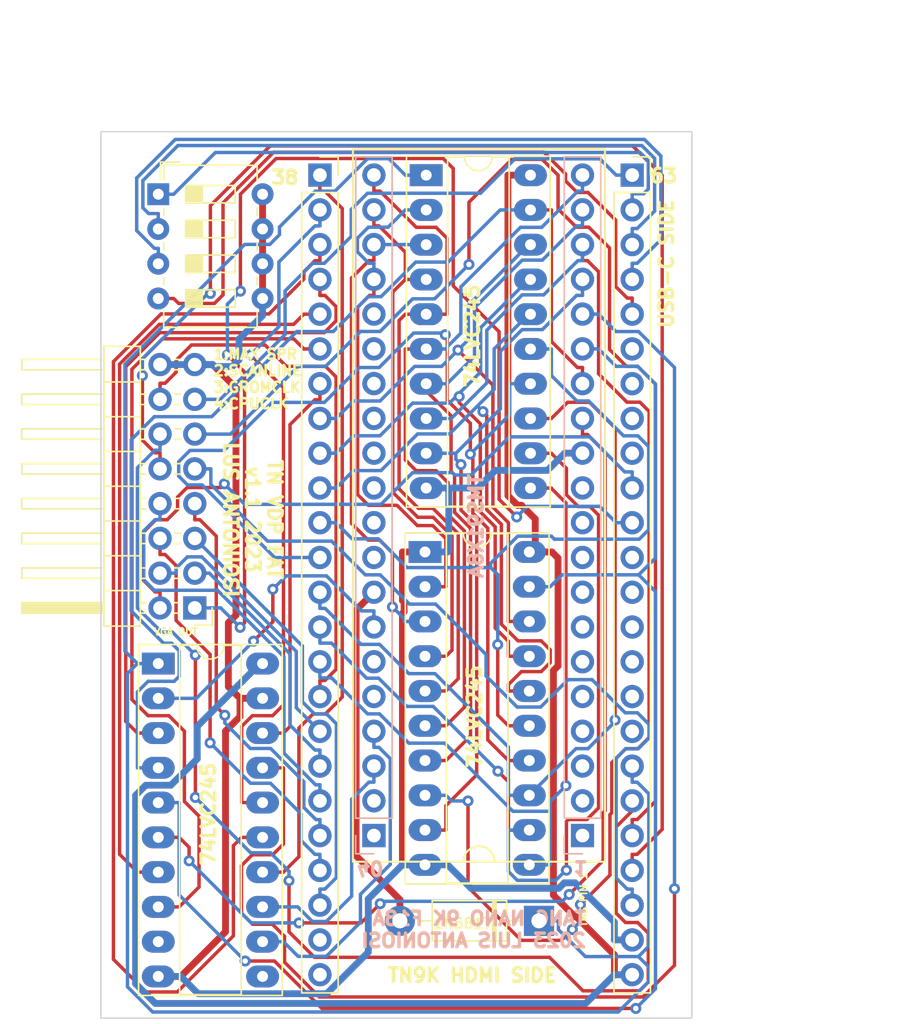
<source format=kicad_pcb>
(kicad_pcb (version 20221018) (generator pcbnew)
  (layers (0 "F.Cu" signal) (31 "B.Cu" signal) (34 "B.Paste" user) (35 "F.Paste" user) (36 "B.SilkS" user "B.Silkscreen") (37 "F.SilkS" user "F.Silkscreen") (38 "B.Mask" user) (39 "F.Mask" user) (44 "Edge.Cuts" user))
  (net 0 "")
  (net 1 "VCC_3V3")
  (net 2 "GND")
  (net 3 "VS_3V3")
  (net 4 "USR1_1V8")
  (net 5 "USR2_1V8")
  (net 6 "USR3_1V8")
  (net 7 "USR4_1V8")
  (net 12 "R2_3V3")
  (net 13 "R3_3V3")
  (net 20 "VCC")
  (net 21 "B0_3V3")
  (net 22 "B1_3V3")
  (net 23 "B2_3V3")
  (net 24 "B3_3V3")
  (net 40 "MODE_3V3")
  (net 41 "~{CSW_3V3}")
  (net 42 "~{CSR_3V3}")
  (net 43 "~{INT_3V3}")
  (net 44 "CPUCLK_3V3")
  (net 45 "GROMCLK_3V3")
  (net 46 "~{RESET_3V3}")
  (net 47 "CD0_3V3")
  (net 48 "CD1_3V3")
  (net 49 "CD2_3V3")
  (net 50 "CD3_3V3")
  (net 51 "CD4_3V3")
  (net 52 "CD5_3V3")
  (net 53 "CD6_3V3")
  (net 54 "CD7_3V3")
  (net 55 "HS_3V3")
  (net 56 "R0_3V3")
  (net 57 "R1_3V3")
  (net 58 "G0_3V3")
  (net 59 "G1_3V3")
  (net 60 "G2_3V3")
  (net 61 "G3_3V3")
  (net 64 "COMVID")
  (net 66 "MODE")
  (net 67 "~{CSW}")
  (net 68 "~{CSR}")
  (net 69 "~{INT}")
  (net 70 "CD7")
  (net 71 "CD6")
  (net 72 "CD5")
  (net 73 "CD4")
  (net 74 "CD3")
  (net 75 "CD2")
  (net 76 "CD1")
  (net 77 "CD0")
  (net 78 "~{RESET}")
  (net 79 "GROMCLK")
  (net 80 "CPUCLK")
  (net 82 "EXTVDP")
  (net 89 "VDD")
  (footprint "Package_DIP:DIP-20_W7.62mm_Socket_LongPads" (layer "F.Cu") (at 138.811 85.852)
    (fp_text reference "U3" hide)
    (fp_text value "SN74LVC245")
  )
  (footprint "Connector_PinSocket_2.54mm:PinSocket_1x24_P2.54mm_Vertical" (layer "F.Cu") (at 150.622 50.165)
    (fp_text reference "J3" hide)
    (fp_text value "Conn_01x24")
  )
  (footprint "Button_Switch_THT:SW_DIP_SPSTx04_Slide_6.7x11.72mm_W7.62mm_P2.54mm_LowProfile" (layer "F.Cu") (at 138.811 51.562)
    (fp_text reference "J5" hide)
    (fp_text value "Conn_02x04_Counter_Clockwise")
  )
  (footprint "Connector_PinHeader_2.54mm:PinHeader_2x08_P2.54mm_Horizontal" (layer "F.Cu") (at 141.478 81.788 180)
    (fp_text reference "J6" hide)
    (fp_text value "Conn_02x08_Odd_Even")
  )
  (footprint "Connector_PinSocket_2.54mm:PinSocket_1x24_P2.54mm_Vertical" (layer "F.Cu") (at 173.4389 50.165)
    (fp_text reference "J4" hide)
    (fp_text value "Conn_01x24")
  )
  (footprint "Package_DIP:DIP-20_W7.62mm_Socket_LongPads" (layer "F.Cu") (at 158.3867 50.17)
    (fp_text reference "U2" hide)
    (fp_text value "SN74LVC245")
  )
  (footprint "Diode_THT:D_DO-41_SOD81_P10.16mm_Horizontal" (layer "F.Cu") (at 166.624 104.648 180)
    (fp_text reference "D1" hide)
    (fp_text value "1N5817")
  )
  (footprint "Package_DIP:DIP-20_W7.62mm_Socket_LongPads" (layer "F.Cu") (at 158.3005 77.6986)
    (fp_text reference "U1" hide)
    (fp_text value "SN74LVC245")
  )
  (footprint "Connector_PinHeader_2.54mm:PinHeader_1x20_P2.54mm_Vertical" (layer "B.Cu") (at 154.5667 98.42)
    (fp_text reference "J2" hide)
    (fp_text value "Conn_01x20")
  )
  (footprint "Connector_PinHeader_2.54mm:PinHeader_1x20_P2.54mm_Vertical" (layer "B.Cu") (at 169.8067 98.42)
    (fp_text reference "J1" hide)
    (fp_text value "Conn_01x20")
  )
  (gr_line (start 153.035 48.26) (end 171.45 48.26) (stroke (width 0.15)) (layer "F.SilkS"))
  (gr_line (start 153.035 48.26) (end 153.035 100.33) (stroke (width 0.15)) (layer "F.SilkS"))
  (gr_line (start 153.035 100.33) (end 171.45 100.33) (stroke (width 0.15)) (layer "F.SilkS"))
  (gr_arc (start 161.097738 100.33) (mid 162.2425 99.185238) (end 163.387262 100.33) (stroke (width 0.15)) (layer "F.SilkS"))
  (gr_line (start 171.45 48.26) (end 171.45 100.33) (stroke (width 0.15)) (layer "F.SilkS"))
  (gr_line (start 177.8 46.99) (end 177.8 111.76) (stroke (width 0.1)) (layer "Edge.Cuts"))
  (gr_line (start 134.62 46.99) (end 177.8 46.99) (stroke (width 0.1)) (layer "Edge.Cuts"))
  (gr_line (start 134.62 111.76) (end 134.62 46.99) (stroke (width 0.1)) (layer "Edge.Cuts"))
  (gr_line (start 177.8 111.76) (end 134.62 111.76) (stroke (width 0.1)) (layer "Edge.Cuts"))
  (gr_text "40" (at 153.162 100.203 180) (layer "B.SilkS") (effects (font (size 1 1) (thickness 0.25) bold) (justify left bottom mirror)))
  (gr_text "1" (at 169.037 100.203 180) (layer "B.SilkS") (effects (font (size 1 1) (thickness 0.25) bold) (justify left bottom mirror)))
  (gr_text "TMS91X8A" (at 162.6108 71.882 90) (layer "B.SilkS") (effects (font (size 1 1) (thickness 0.25) bold) (justify left bottom mirror)))
  (gr_text "TANG NANO 9K F18A\n2023 LUIS ANTONIOSI" (at 170.18 106.68) (layer "B.SilkS") (effects (font (size 1 1) (thickness 0.25) bold) (justify left bottom mirror)))
  (gr_text "74LVC245" (at 162.3568 65.786 90) (layer "F.SilkS") (effects (font (size 1 1) (thickness 0.25) bold) (justify left bottom)))
  (gr_text "74LVC245" (at 162.5092 93.599 90) (layer "F.SilkS") (effects (font (size 1 1) (thickness 0.25) bold) (justify left bottom)))
  (gr_text "1:MAX SPR\n2:SCANLINE\n3:GROMCLK\n4:CPUCLK" (at 142.748 67.31) (layer "F.SilkS") (effects (font (size 0.75 0.75) (thickness 0.1875) bold) (justify left bottom)))
  (gr_text "74LVC245" (at 143.0682 100.7314 90) (layer "F.SilkS") (effects (font (size 1 1) (thickness 0.25) bold) (justify left bottom)))
  (gr_text "USB-C SIDE" (at 176.53 61.468 90) (layer "F.SilkS") (effects (font (size 1 1) (thickness 0.25) bold) (justify left bottom)))
  (gr_text "VGA OUT" (at 138.43 83.82) (layer "F.SilkS") (effects (font (size 0.5 0.5) (thickness 0.125) bold) (justify left bottom)))
  (gr_text "TN9K HDMI SIDE" (at 155.448 109.22) (layer "F.SilkS") (effects (font (size 1 1) (thickness 0.25) bold) (justify left bottom)))
  (gr_text "38" (at 146.939 50.927) (layer "F.SilkS") (effects (font (size 1 1) (thickness 0.25) bold) (justify left bottom)))
  (gr_text "TN VDP FAT\nv1.1 2023\nLUS ANTONIOSI" (at 143.51 75.3364 270) (layer "F.SilkS") (effects (font (size 1 1) (thickness 0.25) bold) (justify bottom)))
  (gr_text "63" (at 174.625 50.8) (layer "F.SilkS") (effects (font (size 1 1) (thickness 0.25) bold) (justify left bottom)))
  (gr_text "TMS PIN 1" (at 170.18 105.156 90) (layer "F.SilkS") (effects (font (size 0.5 0.5) (thickness 0.125) bold) (justify left bottom)))
  (segment (start 169.3468 104.3455) (end 172.1388 107.1375) (width 0.5) (layer "F.Cu") (net 1))
  (segment (start 173.4389 108.585) (end 172.1388 108.585) (width 0.5) (layer "F.Cu") (net 1))
  (segment (start 165.9205 77.6986) (end 166.3541 77.6986) (width 0.5) (layer "F.Cu") (net 1))
  (segment (start 167.5706 77.6986) (end 168.0207 78.1487) (width 0.5) (layer "F.Cu") (net 1))
  (segment (start 169.2544 104.3455) (end 169.3468 104.3455) (width 0.5) (layer "F.Cu") (net 1))
  (segment (start 172.1388 107.1375) (end 172.1388 108.585) (width 0.5) (layer "F.Cu") (net 1))
  (segment (start 167.6831 102.7742) (end 169.2544 104.3455) (width 0.5) (layer "F.Cu") (net 1))
  (segment (start 166.3541 77.6986) (end 167.5706 77.6986) (width 0.5) (layer "F.Cu") (net 1))
  (segment (start 166.3541 77.6986) (end 166.3541 75.29) (width 0.5) (layer "F.Cu") (net 1))
  (segment (start 166.0067 50.17) (end 164.3566 50.17) (width 0.5) (layer "F.Cu") (net 1))
  (segment (start 168.0207 86.0229) (end 167.6831 86.3605) (width 0.5) (layer "F.Cu") (net 1))
  (segment (start 168.0207 78.1487) (end 168.0207 86.0229) (width 0.5) (layer "F.Cu") (net 1))
  (segment (start 165.0643 74.2895) (end 164.3566 73.5818) (width 0.5) (layer "F.Cu") (net 1))
  (segment (start 165.3536 74.2895) (end 165.0643 74.2895) (width 0.5) (layer "F.Cu") (net 1))
  (segment (start 166.3541 75.29) (end 165.3536 74.2895) (width 0.5) (layer "F.Cu") (net 1))
  (segment (start 164.3566 73.5818) (end 164.3566 50.17) (width 0.5) (layer "F.Cu") (net 1))
  (segment (start 167.6831 86.3605) (end 167.6831 102.7742) (width 0.5) (layer "F.Cu") (net 1))
  (segment (start 170.0377 110.6861) (end 172.1388 108.585) (width 0.5) (layer "B.Cu") (net 1))
  (segment (start 141.6573 92.8162) (end 139.7315 94.742) (width 0.5) (layer "B.Cu") (net 1))
  (segment (start 139.7315 94.742) (end 137.8963 94.742) (width 0.5) (layer "B.Cu") (net 1))
  (segment (start 137.1515 95.4868) (end 137.1515 109.2419) (width 0.5) (layer "B.Cu") (net 1))
  (segment (start 146.431 85.852) (end 146.2459 85.852) (width 0.5) (layer "B.Cu") (net 1))
  (segment (start 137.1515 109.2419) (end 138.5957 110.6861) (width 0.5) (layer "B.Cu") (net 1))
  (segment (start 146.2459 85.852) (end 141.6573 90.4406) (width 0.5) (layer "B.Cu") (net 1))
  (segment (start 173.4389 108.585) (end 172.1388 108.585) (width 0.5) (layer "B.Cu") (net 1))
  (segment (start 137.8963 94.742) (end 137.1515 95.4868) (width 0.5) (layer "B.Cu") (net 1))
  (segment (start 138.5957 110.6861) (end 170.0377 110.6861) (width 0.5) (layer "B.Cu") (net 1))
  (segment (start 141.6573 90.4406) (end 141.6573 92.8162) (width 0.5) (layer "B.Cu") (net 1))
  (segment (start 144.7809 89.7255) (end 144.7809 88.392) (width 0.5) (layer "F.Cu") (net 2))
  (segment (start 156.7718 81.3642) (end 156.6504 81.2428) (width 0.5) (layer "F.Cu") (net 2))
  (segment (start 158.3005 77.6986) (end 156.6504 77.6986) (width 0.5) (layer "F.Cu") (net 2))
  (segment (start 143.7225 105.4506) (end 143.7225 90.7839) (width 0.5) (layer "F.Cu") (net 2))
  (segment (start 144.4861 82.3115) (end 143.9305 82.8671) (width 0.5) (layer "F.Cu") (net 2))
  (segment (start 146.431 56.642) (end 146.431 59.182) (width 0.5) (layer "F.Cu") (net 2))
  (segment (start 156.6504 81.2428) (end 156.6504 77.6986) (width 0.5) (layer "F.Cu") (net 2))
  (segment (start 138.811 108.712) (end 140.4611 108.712) (width 0.5) (layer "F.Cu") (net 2))
  (segment (start 158.3005 100.5586) (end 156.6504 100.5586) (width 0.5) (layer "F.Cu") (net 2))
  (segment (start 156.6504 100.5586) (end 156.6504 82.19) (width 0.5) (layer "F.Cu") (net 2))
  (segment (start 143.9305 87.5416) (end 144.7809 88.392) (width 0.5) (layer "F.Cu") (net 2))
  (segment (start 141.478 64.008) (end 142.7781 64.008) (width 0.5) (layer "F.Cu") (net 2))
  (segment (start 146.431 88.392) (end 144.7809 88.392) (width 0.5) (layer "F.Cu") (net 2))
  (segment (start 156.7718 82.0686) (end 156.7718 81.3642) (width 0.5) (layer "F.Cu") (net 2))
  (segment (start 143.9305 82.8671) (end 143.9305 87.5416) (width 0.5) (layer "F.Cu") (net 2))
  (segment (start 146.431 51.562) (end 146.431 54.102) (width 0.5) (layer "F.Cu") (net 2))
  (segment (start 142.7781 64.008) (end 144.4861 65.716) (width 0.5) (layer "F.Cu") (net 2))
  (segment (start 140.4611 108.712) (end 143.7225 105.4506) (width 0.5) (layer "F.Cu") (net 2))
  (segment (start 156.6504 82.19) (end 156.7718 82.0686) (width 0.5) (layer "F.Cu") (net 2))
  (segment (start 143.7225 90.7839) (end 144.7809 89.7255) (width 0.5) (layer "F.Cu") (net 2))
  (segment (start 144.4861 65.716) (end 144.4861 82.3115) (width 0.5) (layer "F.Cu") (net 2))
  (segment (start 146.431 54.102) (end 146.431 56.642) (width 0.5) (layer "F.Cu") (net 2))
  (segment (start 138.938 64.008) (end 141.478 64.008) (width 0.5) (layer "B.Cu") (net 2))
  (segment (start 163.4392 71.7402) (end 162.1494 73.03) (width 0.5) (layer "B.Cu") (net 2))
  (segment (start 154.1563 106.9356) (end 151.1174 109.9745) (width 0.5) (layer "B.Cu") (net 2))
  (segment (start 138.811 108.712) (end 140.4611 108.712) (width 0.5) (layer "B.Cu") (net 2))
  (segment (start 158.3005 100.5586) (end 159.9506 100.5586) (width 0.5) (layer "B.Cu") (net 2))
  (segment (start 144.213 64.1523) (end 142.9224 64.1523) (width 0.5) (layer "B.Cu") (net 2))
  (segment (start 158.3005 100.5586) (end 156.6504 100.5586) (width 0.5) (layer "B.Cu") (net 2))
  (segment (start 169.2664 101.8725) (end 168.4816 101.8725) (width 0.5) (layer "B.Cu") (net 2))
  (segment (start 151.1174 109.9745) (end 141.7236 109.9745) (width 0.5) (layer "B.Cu") (net 2))
  (segment (start 142.9224 64.1523) (end 142.7781 64.008) (width 0.5) (layer "B.Cu") (net 2))
  (segment (start 146.431 60.4321) (end 144.711 62.1521) (width 0.5) (layer "B.Cu") (net 2))
  (segment (start 146.431 59.182) (end 146.431 60.4321) (width 0.5) (layer "B.Cu") (net 2))
  (segment (start 168.0805 102.2736) (end 161.6656 102.2736) (width 0.5) (layer "B.Cu") (net 2))
  (segment (start 162.1494 73.03) (end 160.0368 73.03) (width 0.5) (layer "B.Cu") (net 2))
  (segment (start 158.3867 73.03) (end 160.0368 73.03) (width 0.5) (layer "B.Cu") (net 2))
  (segment (start 159.9506 77.6986) (end 160.0368 77.6124) (width 0.5) (layer "B.Cu") (net 2))
  (segment (start 160.0368 77.6124) (end 160.0368 73.03) (width 0.5) (layer "B.Cu") (net 2))
  (segment (start 168.4816 101.8725) (end 168.0805 102.2736) (width 0.5) (layer "B.Cu") (net 2))
  (segment (start 172.1388 104.7449) (end 169.2664 101.8725) (width 0.5) (layer "B.Cu") (net 2))
  (segment (start 141.478 64.008) (end 142.7781 64.008) (width 0.5) (layer "B.Cu") (net 2))
  (segment (start 154.1563 103.0527) (end 154.1563 106.9356) (width 0.5) (layer "B.Cu") (net 2))
  (segment (start 167.2464 71.7402) (end 163.4392 71.7402) (width 0.5) (layer "B.Cu") (net 2))
  (segment (start 141.7236 109.9745) (end 140.4611 108.712) (width 0.5) (layer "B.Cu") (net 2))
  (segment (start 144.711 62.1521) (end 144.711 63.6543) (width 0.5) (layer "B.Cu") (net 2))
  (segment (start 168.5066 70.48) (end 167.2464 71.7402) (width 0.5) (layer "B.Cu") (net 2))
  (segment (start 158.3005 77.6986) (end 159.9506 77.6986) (width 0.5) (layer "B.Cu") (net 2))
  (segment (start 161.6656 102.2736) (end 159.9506 100.5586) (width 0.5) (layer "B.Cu") (net 2))
  (segment (start 169.8067 70.48) (end 168.5066 70.48) (width 0.5) (layer "B.Cu") (net 2))
  (segment (start 172.1388 106.045) (end 172.1388 104.7449) (width 0.5) (layer "B.Cu") (net 2))
  (segment (start 173.4389 106.045) (end 172.1388 106.045) (width 0.5) (layer "B.Cu") (net 2))
  (segment (start 144.711 63.6543) (end 144.213 64.1523) (width 0.5) (layer "B.Cu") (net 2))
  (segment (start 156.6504 100.5586) (end 154.1563 103.0527) (width 0.5) (layer "B.Cu") (net 2))
  (segment (start 141.2348 62.577) (end 146.6094 62.577) (width 0.25) (layer "F.Cu") (net 3))
  (segment (start 146.6094 62.577) (end 148.1674 64.135) (width 0.25) (layer "F.Cu") (net 3))
  (segment (start 140.1131 63.6987) (end 141.2348 62.577) (width 0.25) (layer "F.Cu") (net 3))
  (segment (start 138.938 65.3729) (end 139.3053 65.3729) (width 0.25) (layer "F.Cu") (net 3))
  (segment (start 151.8025 64.9131) (end 151.8025 86.2746) (width 0.25) (layer "F.Cu") (net 3))
  (segment (start 150.9872 87.0899) (end 150.622 87.0899) (width 0.25) (layer "F.Cu") (net 3))
  (segment (start 138.938 66.548) (end 138.938 65.3729) (width 0.25) (layer "F.Cu") (net 3))
  (segment (start 151.8025 86.2746) (end 150.9872 87.0899) (width 0.25) (layer "F.Cu") (net 3))
  (segment (start 139.3053 65.3729) (end 140.1131 64.5651) (width 0.25) (layer "F.Cu") (net 3))
  (segment (start 148.1674 64.135) (end 151.0244 64.135) (width 0.25) (layer "F.Cu") (net 3))
  (segment (start 140.1131 64.5651) (end 140.1131 63.6987) (width 0.25) (layer "F.Cu") (net 3))
  (segment (start 150.622 88.265) (end 150.622 87.0899) (width 0.25) (layer "F.Cu") (net 3))
  (segment (start 151.0244 64.135) (end 151.8025 64.9131) (width 0.25) (layer "F.Cu") (net 3))
  (segment (start 174.6141 49.1176) (end 174.6141 51.1857) (width 0.25) (layer "B.Cu") (net 4))
  (segment (start 173.4389 52.705) (end 173.4389 51.5299) (width 0.25) (layer "B.Cu") (net 4))
  (segment (start 174.6141 51.1857) (end 174.2699 51.5299) (width 0.25) (layer "B.Cu") (net 4))
  (segment (start 174.2699 51.5299) (end 173.4389 51.5299) (width 0.25) (layer "B.Cu") (net 4))
  (segment (start 142.985 48.5131) (end 174.0096 48.5131) (width 0.25) (layer "B.Cu") (net 4))
  (segment (start 138.811 51.562) (end 139.9361 51.562) (width 0.25) (layer "B.Cu") (net 4))
  (segment (start 139.9361 51.562) (end 142.985 48.5131) (width 0.25) (layer "B.Cu") (net 4))
  (segment (start 174.0096 48.5131) (end 174.6141 49.1176) (width 0.25) (layer "B.Cu") (net 4))
  (segment (start 138.811 54.102) (end 138.811 52.9769) (width 0.25) (layer "B.Cu") (net 5))
  (segment (start 175.078 52.796) (end 173.8041 54.0699) (width 0.25) (layer "B.Cu") (net 5))
  (segment (start 138.1078 52.9769) (end 137.6858 52.5549) (width 0.25) (layer "B.Cu") (net 5))
  (segment (start 137.6858 52.5549) (end 137.6858 50.5634) (width 0.25) (layer "B.Cu") (net 5))
  (segment (start 173.8041 54.0699) (end 173.4389 54.0699) (width 0.25) (layer "B.Cu") (net 5))
  (segment (start 138.811 52.9769) (end 138.1078 52.9769) (width 0.25) (layer "B.Cu") (net 5))
  (segment (start 174.1416 48.0084) (end 175.078 48.9448) (width 0.25) (layer "B.Cu") (net 5))
  (segment (start 175.078 48.9448) (end 175.078 52.796) (width 0.25) (layer "B.Cu") (net 5))
  (segment (start 173.4389 55.245) (end 173.4389 54.0699) (width 0.25) (layer "B.Cu") (net 5))
  (segment (start 137.6858 50.5634) (end 140.2408 48.0084) (width 0.25) (layer "B.Cu") (net 5))
  (segment (start 140.2408 48.0084) (end 174.1416 48.0084) (width 0.25) (layer "B.Cu") (net 5))
  (segment (start 173.4389 57.785) (end 173.4389 56.6099) (width 0.25) (layer "B.Cu") (net 6))
  (segment (start 173.8041 56.6099) (end 173.4389 56.6099) (width 0.25) (layer "B.Cu") (net 6))
  (segment (start 138.5297 55.5169) (end 137.2357 54.2229) (width 0.25) (layer "B.Cu") (net 6))
  (segment (start 174.3281 47.5583) (end 175.5342 48.7644) (width 0.25) (layer "B.Cu") (net 6))
  (segment (start 138.811 55.5169) (end 138.5297 55.5169) (width 0.25) (layer "B.Cu") (net 6))
  (segment (start 138.811 56.642) (end 138.811 55.5169) (width 0.25) (layer "B.Cu") (net 6))
  (segment (start 175.5342 54.8798) (end 173.8041 56.6099) (width 0.25) (layer "B.Cu") (net 6))
  (segment (start 137.2357 54.2229) (end 137.2357 50.3769) (width 0.25) (layer "B.Cu") (net 6))
  (segment (start 175.5342 48.7644) (end 175.5342 54.8798) (width 0.25) (layer "B.Cu") (net 6))
  (segment (start 137.2357 50.3769) (end 140.0543 47.5583) (width 0.25) (layer "B.Cu") (net 6))
  (segment (start 140.0543 47.5583) (end 174.3281 47.5583) (width 0.25) (layer "B.Cu") (net 6))
  (segment (start 172.2335 58.3098) (end 173.0736 59.1499) (width 0.25) (layer "F.Cu") (net 7))
  (segment (start 138.811 59.182) (end 139.9361 59.182) (width 0.25) (layer "F.Cu") (net 7))
  (segment (start 168.5673 50.0779) (end 168.5673 50.585) (width 0.25) (layer "F.Cu") (net 7))
  (segment (start 170.2083 51.43) (end 172.2335 53.4552) (width 0.25) (layer "F.Cu") (net 7))
  (segment (start 143.5414 52.1911) (end 147.2413 48.4912) (width 0.25) (layer "F.Cu") (net 7))
  (segment (start 173.4389 60.325) (end 173.4389 59.1499) (width 0.25) (layer "F.Cu") (net 7))
  (segment (start 172.2335 53.4552) (end 172.2335 58.3098) (width 0.25) (layer "F.Cu") (net 7))
  (segment (start 140.2959 59.5418) (end 142.9135 59.5418) (width 0.25) (layer "F.Cu") (net 7))
  (segment (start 139.9361 59.182) (end 140.2959 59.5418) (width 0.25) (layer "F.Cu") (net 7))
  (segment (start 143.5414 58.9139) (end 143.5414 52.1911) (width 0.25) (layer "F.Cu") (net 7))
  (segment (start 166.9806 48.4912) (end 168.5673 50.0779) (width 0.25) (layer "F.Cu") (net 7))
  (segment (start 173.0736 59.1499) (end 173.4389 59.1499) (width 0.25) (layer "F.Cu") (net 7))
  (segment (start 168.5673 50.585) (end 169.4123 51.43) (width 0.25) (layer "F.Cu") (net 7))
  (segment (start 169.4123 51.43) (end 170.2083 51.43) (width 0.25) (layer "F.Cu") (net 7))
  (segment (start 142.9135 59.5418) (end 143.5414 58.9139) (width 0.25) (layer "F.Cu") (net 7))
  (segment (start 147.2413 48.4912) (end 166.9806 48.4912) (width 0.25) (layer "F.Cu") (net 7))
  (segment (start 148.443 90.3562) (end 150.2567 92.1699) (width 0.25) (layer "B.Cu") (net 12))
  (segment (start 141.478 79.248) (end 142.5386 79.248) (width 0.25) (layer "B.Cu") (net 12))
  (segment (start 150.622 93.345) (end 150.622 92.1699) (width 0.25) (layer "B.Cu") (net 12))
  (segment (start 150.2567 92.1699) (end 150.622 92.1699) (width 0.25) (layer "B.Cu") (net 12))
  (segment (start 142.5386 79.248) (end 148.443 85.1524) (width 0.25) (layer "B.Cu") (net 12))
  (segment (start 148.443 85.1524) (end 148.443 90.3562) (width 0.25) (layer "B.Cu") (net 12))
  (segment (start 138.938 79.248) (end 140.1131 79.248) (width 0.25) (layer "B.Cu") (net 13))
  (segment (start 140.1131 78.8808) (end 140.9365 78.0574) (width 0.25) (layer "B.Cu") (net 13))
  (segment (start 148.8933 84.9636) (end 148.8933 89.0763) (width 0.25) (layer "B.Cu") (net 13))
  (segment (start 148.8933 89.0763) (end 150.622 90.805) (width 0.25) (layer "B.Cu") (net 13))
  (segment (start 140.9365 78.0574) (end 141.9871 78.0574) (width 0.25) (layer "B.Cu") (net 13))
  (segment (start 140.1131 79.248) (end 140.1131 78.8808) (width 0.25) (layer "B.Cu") (net 13))
  (segment (start 141.9871 78.0574) (end 148.8933 84.9636) (width 0.25) (layer "B.Cu") (net 13))
  (segment (start 153.2665 81.9402) (end 154.5667 80.64) (width 0.5) (layer "F.Cu") (net 20))
  (segment (start 156.464 104.648) (end 156.464 103.0979) (width 0.5) (layer "F.Cu") (net 20))
  (segment (start 156.464 103.0979) (end 153.2665 99.9004) (width 0.5) (layer "F.Cu") (net 20))
  (segment (start 153.2665 99.9004) (end 153.2665 81.9402) (width 0.5) (layer "F.Cu") (net 20))
  (segment (start 174.6667 90.2918) (end 174.6667 91.2904) (width 0.25) (layer "B.Cu") (net 21))
  (segment (start 142.6531 71.628) (end 142.6531 72.7706) (width 0.25) (layer "B.Cu") (net 21))
  (segment (start 173.0736 102.3299) (end 173.4389 102.3299) (width 0.25) (layer "B.Cu") (net 21))
  (segment (start 174.6667 91.2904) (end 173.8821 92.075) (width 0.25) (layer "B.Cu") (net 21))
  (segment (start 172.9717 92.075) (end 172.2637 92.783) (width 0.25) (layer "B.Cu") (net 21))
  (segment (start 162.76 86.7586) (end 165.0321 89.0307) (width 0.25) (layer "B.Cu") (net 21))
  (segment (start 159.0779 81.5086) (end 162.76 85.1907) (width 0.25) (layer "B.Cu") (net 21))
  (segment (start 153.9366 79.37) (end 155.0206 79.37) (width 0.25) (layer "B.Cu") (net 21))
  (segment (start 151.4755 76.9089) (end 153.9366 79.37) (width 0.25) (layer "B.Cu") (net 21))
  (segment (start 162.76 85.1907) (end 162.76 86.7586) (width 0.25) (layer "B.Cu") (net 21))
  (segment (start 165.0321 89.0307) (end 166.7517 89.0307) (width 0.25) (layer "B.Cu") (net 21))
  (segment (start 172.2637 101.52) (end 173.0736 102.3299) (width 0.25) (layer "B.Cu") (net 21))
  (segment (start 170.5036 87.0287) (end 172.9248 89.4499) (width 0.25) (layer "B.Cu") (net 21))
  (segment (start 173.4389 103.505) (end 173.4389 102.3299) (width 0.25) (layer "B.Cu") (net 21))
  (segment (start 141.478 71.628) (end 142.6531 71.628) (width 0.25) (layer "B.Cu") (net 21))
  (segment (start 142.6531 72.7706) (end 146.7914 76.9089) (width 0.25) (layer "B.Cu") (net 21))
  (segment (start 173.8248 89.4499) (end 174.6667 90.2918) (width 0.25) (layer "B.Cu") (net 21))
  (segment (start 172.2637 92.783) (end 172.2637 101.52) (width 0.25) (layer "B.Cu") (net 21))
  (segment (start 172.9248 89.4499) (end 173.8248 89.4499) (width 0.25) (layer "B.Cu") (net 21))
  (segment (start 166.7517 89.0307) (end 168.7537 87.0287) (width 0.25) (layer "B.Cu") (net 21))
  (segment (start 155.0206 79.37) (end 157.1592 81.5086) (width 0.25) (layer "B.Cu") (net 21))
  (segment (start 146.7914 76.9089) (end 151.4755 76.9089) (width 0.25) (layer "B.Cu") (net 21))
  (segment (start 173.8821 92.075) (end 172.9717 92.075) (width 0.25) (layer "B.Cu") (net 21))
  (segment (start 157.1592 81.5086) (end 159.0779 81.5086) (width 0.25) (layer "B.Cu") (net 21))
  (segment (start 168.7537 87.0287) (end 170.5036 87.0287) (width 0.25) (layer "B.Cu") (net 21))
  (segment (start 138.938 70.4529) (end 138.5708 70.4529) (width 0.25) (layer "F.Cu") (net 22))
  (segment (start 173.4389 100.965) (end 173.4389 99.7899) (width 0.25) (layer "F.Cu") (net 22))
  (segment (start 138.5708 70.4529) (end 137.6514 69.5335) (width 0.25) (layer "F.Cu") (net 22))
  (segment (start 142.617 52.3967) (end 146.9822 48.0315) (width 0.25) (layer "F.Cu") (net 22))
  (segment (start 146.9822 48.0315) (end 173.4708 48.0315) (width 0.25) (layer "F.Cu") (net 22))
  (segment (start 175.6309 50.1916) (end 175.6309 97.9631) (width 0.25) (layer "F.Cu") (net 22))
  (segment (start 137.6514 69.5335) (end 137.6514 64.8122) (width 0.25) (layer "F.Cu") (net 22))
  (segment (start 173.8041 99.7899) (end 173.4389 99.7899) (width 0.25) (layer "F.Cu") (net 22))
  (segment (start 142.617 58.8128) (end 142.617 52.3967) (width 0.25) (layer "F.Cu") (net 22))
  (segment (start 173.4708 48.0315) (end 175.6309 50.1916) (width 0.25) (layer "F.Cu") (net 22))
  (segment (start 138.938 71.628) (end 138.938 70.4529) (width 0.25) (layer "F.Cu") (net 22))
  (segment (start 175.6309 97.9631) (end 173.8041 99.7899) (width 0.25) (layer "F.Cu") (net 22))
  (via (at 137.6514 64.8122) (size 0.8) (drill 0.4) (layers "F.Cu" "B.Cu") (net 22))
  (via (at 142.617 58.8128) (size 0.8) (drill 0.4) (layers "F.Cu" "B.Cu") (net 22))
  (segment (start 137.6514 64.8122) (end 137.6514 63.5969) (width 0.25) (layer "B.Cu") (net 22))
  (segment (start 142.4355 58.8128) (end 142.617 58.8128) (width 0.25) (layer "B.Cu") (net 22))
  (segment (start 137.6514 63.5969) (end 142.4355 58.8128) (width 0.25) (layer "B.Cu") (net 22))
  (segment (start 168.0223 50.1696) (end 168.0223 52.6386) (width 0.25) (layer "F.Cu") (net 23))
  (segment (start 173.8041 97.2499) (end 173.4389 97.2499) (width 0.25) (layer "F.Cu") (net 23))
  (segment (start 171.7832 62.9045) (end 173.0137 64.135) (width 0.25) (layer "F.Cu") (net 23))
  (segment (start 173.4389 98.425) (end 173.4389 97.2499) (width 0.25) (layer "F.Cu") (net 23))
  (segment (start 173.0137 64.135) (end 173.8383 64.135) (width 0.25) (layer "F.Cu") (net 23))
  (segment (start 171.7832 55.4902) (end 171.7832 62.9045) (width 0.25) (layer "F.Cu") (net 23))
  (segment (start 175.1391 65.4358) (end 175.1391 95.9149) (width 0.25) (layer "F.Cu") (net 23))
  (segment (start 173.8383 64.135) (end 175.1391 65.4358) (width 0.25) (layer "F.Cu") (net 23))
  (segment (start 170.263 53.97) (end 171.7832 55.4902) (width 0.25) (layer "F.Cu") (net 23))
  (segment (start 166.8675 49.0148) (end 168.0223 50.1696) (width 0.25) (layer "F.Cu") (net 23))
  (segment (start 161.5113 52.1433) (end 164.6398 49.0148) (width 0.25) (layer "F.Cu") (net 23))
  (segment (start 161.5113 56.6945) (end 161.5113 52.1433) (width 0.25) (layer "F.Cu") (net 23))
  (segment (start 168.0223 52.6386) (end 169.3537 53.97) (width 0.25) (layer "F.Cu") (net 23))
  (segment (start 164.6398 49.0148) (end 166.8675 49.0148) (width 0.25) (layer "F.Cu") (net 23))
  (segment (start 169.3537 53.97) (end 170.263 53.97) (width 0.25) (layer "F.Cu") (net 23))
  (segment (start 175.1391 95.9149) (end 173.8041 97.2499) (width 0.25) (layer "F.Cu") (net 23))
  (via (at 161.5113 56.6945) (size 0.8) (drill 0.4) (layers "F.Cu" "B.Cu") (net 23))
  (segment (start 155.0164 61.59) (end 157.4016 59.2048) (width 0.25) (layer "B.Cu") (net 23))
  (segment (start 149.0474 64.135) (end 151.0408 64.135) (width 0.25) (layer "B.Cu") (net 23))
  (segment (start 157.4016 59.2048) (end 159.001 59.2048) (width 0.25) (layer "B.Cu") (net 23))
  (segment (start 159.001 59.2048) (end 161.5113 56.6945) (width 0.25) (layer "B.Cu") (net 23))
  (segment (start 153.5858 61.59) (end 155.0164 61.59) (width 0.25) (layer "B.Cu") (net 23))
  (segment (start 144.0944 69.088) (end 149.0474 64.135) (width 0.25) (layer "B.Cu") (net 23))
  (segment (start 151.0408 64.135) (end 153.5858 61.59) (width 0.25) (layer "B.Cu") (net 23))
  (segment (start 141.478 69.088) (end 144.0944 69.088) (width 0.25) (layer "B.Cu") (net 23))
  (segment (start 174.6141 105.5513) (end 173.8378 104.775) (width 0.25) (layer "F.Cu") (net 24))
  (segment (start 148.364 105.4582) (end 150.2208 107.315) (width 0.25) (layer "F.Cu") (net 24))
  (segment (start 173.8378 104.775) (end 172.9523 104.775) (width 0.25) (layer "F.Cu") (net 24))
  (segment (start 173.9763 109.7622) (end 174.6141 109.1244) (width 0.25) (layer "F.Cu") (net 24))
  (segment (start 174.6141 109.1244) (end 174.6141 105.5513) (width 0.25) (layer "F.Cu") (net 24))
  (segment (start 148.364 101.7152) (end 148.364 105.4582) (width 0.25) (layer "F.Cu") (net 24))
  (segment (start 141.5199 85.2347) (end 141.5199 95.6351) (width 0.25) (layer "F.Cu") (net 24))
  (segment (start 169.8404 109.7622) (end 173.9763 109.7622) (width 0.25) (layer "F.Cu") (net 24))
  (segment (start 173.4389 96.6132) (end 173.4389 95.885) (width 0.25) (layer "F.Cu") (net 24))
  (segment (start 167.3932 107.315) (end 169.8404 109.7622) (width 0.25) (layer "F.Cu") (net 24))
  (segment (start 172.2637 97.7884) (end 173.4389 96.6132) (width 0.25) (layer "F.Cu") (net 24))
  (segment (start 172.9523 104.775) (end 172.2637 104.0864) (width 0.25) (layer "F.Cu") (net 24))
  (segment (start 172.2637 104.0864) (end 172.2637 97.7884) (width 0.25) (layer "F.Cu") (net 24))
  (segment (start 150.2208 107.315) (end 167.3932 107.315) (width 0.25) (layer "F.Cu") (net 24))
  (via (at 148.364 101.7152) (size 0.8) (drill 0.4) (layers "F.Cu" "B.Cu") (net 24))
  (via (at 141.5199 85.2347) (size 0.8) (drill 0.4) (layers "F.Cu" "B.Cu") (net 24))
  (via (at 141.5199 95.6351) (size 0.8) (drill 0.4) (layers "F.Cu" "B.Cu") (net 24))
  (segment (start 147.0082 99.6772) (end 148.364 101.033) (width 0.25) (layer "B.Cu") (net 24))
  (segment (start 139.8428 83.5576) (end 139.0456 83.5576) (width 0.25) (layer "B.Cu") (net 24))
  (segment (start 137.2875 71.5464) (end 138.5708 70.2631) (width 0.25) (layer "B.Cu") (net 24))
  (segment (start 141.5199 85.2347) (end 139.8428 83.5576) (width 0.25) (layer "B.Cu") (net 24))
  (segment (start 138.938 69.088) (end 138.938 70.2631) (width 0.25) (layer "B.Cu") (net 24))
  (segment (start 139.0456 83.5576) (end 137.2875 81.7995) (width 0.25) (layer "B.Cu") (net 24))
  (segment (start 141.5199 95.6351) (end 145.562 99.6772) (width 0.25) (layer "B.Cu") (net 24))
  (segment (start 145.562 99.6772) (end 147.0082 99.6772) (width 0.25) (layer "B.Cu") (net 24))
  (segment (start 137.2875 81.7995) (end 137.2875 71.5464) (width 0.25) (layer "B.Cu") (net 24))
  (segment (start 138.5708 70.2631) (end 138.938 70.2631) (width 0.25) (layer "B.Cu") (net 24))
  (segment (start 148.364 101.033) (end 148.364 101.7152) (width 0.25) (layer "B.Cu") (net 24))
  (segment (start 151.0191 89.535) (end 150.1185 89.535) (width 0.25) (layer "F.Cu") (net 40))
  (segment (start 149.0859 99.9622) (end 147.9561 101.092) (width 0.25) (layer "F.Cu") (net 40))
  (segment (start 146.431 101.092) (end 147.9561 101.092) (width 0.25) (layer "F.Cu") (net 40))
  (segment (start 149.0859 90.5676) (end 149.0859 99.9622) (width 0.25) (layer "F.Cu") (net 40))
  (segment (start 150.622 50.165) (end 150.622 51.3401) (width 0.25) (layer "F.Cu") (net 40))
  (segment (start 150.1185 89.535) (end 149.0859 90.5676) (width 0.25) (layer "F.Cu") (net 40))
  (segment (start 152.2527 88.3014) (end 151.0191 89.535) (width 0.25) (layer "F.Cu") (net 40))
  (segment (start 150.622 51.3401) (end 150.9892 51.3401) (width 0.25) (layer "F.Cu") (net 40))
  (segment (start 152.2527 52.6036) (end 152.2527 88.3014) (width 0.25) (layer "F.Cu") (net 40))
  (segment (start 150.9892 51.3401) (end 152.2527 52.6036) (width 0.25) (layer "F.Cu") (net 40))
  (segment (start 145.6814 89.662) (end 144.9059 90.4375) (width 0.25) (layer "F.Cu") (net 41))
  (segment (start 145.5611 63.3022) (end 147.957 65.6981) (width 0.25) (layer "F.Cu") (net 41))
  (segment (start 147.957 88.8648) (end 147.1598 89.662) (width 0.25) (layer "F.Cu") (net 41))
  (segment (start 144.9059 90.4375) (end 144.9059 96.012) (width 0.25) (layer "F.Cu") (net 41))
  (segment (start 146.431 96.012) (end 144.9059 96.012) (width 0.25) (layer "F.Cu") (net 41))
  (segment (start 147.957 65.6981) (end 147.957 88.8648) (width 0.25) (layer "F.Cu") (net 41))
  (segment (start 147.1598 89.662) (end 145.6814 89.662) (width 0.25) (layer "F.Cu") (net 41))
  (via (at 145.5611 63.3022) (size 0.8) (drill 0.4) (layers "F.Cu" "B.Cu") (net 41))
  (segment (start 147.6256 56.5092) (end 147.6256 61.2377) (width 0.25) (layer "B.Cu") (net 41))
  (segment (start 150.622 53.8801) (end 150.2547 53.8801) (width 0.25) (layer "B.Cu") (net 41))
  (segment (start 147.6256 61.2377) (end 145.5611 63.3022) (width 0.25) (layer "B.Cu") (net 41))
  (segment (start 150.622 52.705) (end 150.622 53.8801) (width 0.25) (layer "B.Cu") (net 41))
  (segment (start 150.2547 53.8801) (end 147.6256 56.5092) (width 0.25) (layer "B.Cu") (net 41))
  (segment (start 150.622 56.4201) (end 150.2547 56.4201) (width 0.25) (layer "F.Cu") (net 42))
  (segment (start 139.016 60.3072) (end 135.5345 63.7887) (width 0.25) (layer "F.Cu") (net 42))
  (segment (start 140.1964 109.8477) (end 144.2977 105.7464) (width 0.25) (layer "F.Cu") (net 42))
  (segment (start 135.5345 63.7887) (end 135.5345 107.4633) (width 0.25) (layer "F.Cu") (net 42))
  (segment (start 150.2547 56.4201) (end 149.4469 57.2279) (width 0.25) (layer "F.Cu") (net 42))
  (segment (start 135.5345 107.4633) (end 137.9189 109.8477) (width 0.25) (layer "F.Cu") (net 42))
  (segment (start 146.9029 60.3072) (end 139.016 60.3072) (width 0.25) (layer "F.Cu") (net 42))
  (segment (start 149.4469 57.7632) (end 146.9029 60.3072) (width 0.25) (layer "F.Cu") (net 42))
  (segment (start 144.2977 99.1602) (end 144.9059 98.552) (width 0.25) (layer "F.Cu") (net 42))
  (segment (start 149.4469 57.2279) (end 149.4469 57.7632) (width 0.25) (layer "F.Cu") (net 42))
  (segment (start 144.2977 105.7464) (end 144.2977 99.1602) (width 0.25) (layer "F.Cu") (net 42))
  (segment (start 146.431 98.552) (end 144.9059 98.552) (width 0.25) (layer "F.Cu") (net 42))
  (segment (start 150.622 55.245) (end 150.622 56.4201) (width 0.25) (layer "F.Cu") (net 42))
  (segment (start 137.9189 109.8477) (end 140.1964 109.8477) (width 0.25) (layer "F.Cu") (net 42))
  (segment (start 150.622 58.9601) (end 150.9892 58.9601) (width 0.25) (layer "F.Cu") (net 43))
  (segment (start 136.4347 90.0808) (end 137.2859 90.932) (width 0.25) (layer "F.Cu") (net 43))
  (segment (start 150.9356 61.6768) (end 138.9196 61.6768) (width 0.25) (layer "F.Cu") (net 43))
  (segment (start 138.9196 61.6768) (end 136.4347 64.1617) (width 0.25) (layer "F.Cu") (net 43))
  (segment (start 136.4347 64.1617) (end 136.4347 90.0808) (width 0.25) (layer "F.Cu") (net 43))
  (segment (start 151.8025 59.7734) (end 151.8025 60.8099) (width 0.25) (layer "F.Cu") (net 43))
  (segment (start 151.8025 60.8099) (end 150.9356 61.6768) (width 0.25) (layer "F.Cu") (net 43))
  (segment (start 150.9892 58.9601) (end 151.8025 59.7734) (width 0.25) (layer "F.Cu") (net 43))
  (segment (start 138.811 90.932) (end 137.2859 90.932) (width 0.25) (layer "F.Cu") (net 43))
  (segment (start 150.622 57.785) (end 150.622 58.9601) (width 0.25) (layer "F.Cu") (net 43))
  (segment (start 148.7043 61.0676) (end 138.8922 61.0676) (width 0.25) (layer "F.Cu") (net 44))
  (segment (start 135.9846 63.9752) (end 135.9846 99.7907) (width 0.25) (layer "F.Cu") (net 44))
  (segment (start 138.8922 61.0676) (end 135.9846 63.9752) (width 0.25) (layer "F.Cu") (net 44))
  (segment (start 150.622 60.325) (end 149.4469 60.325) (width 0.25) (layer "F.Cu") (net 44))
  (segment (start 149.4469 60.325) (end 148.7043 61.0676) (width 0.25) (layer "F.Cu") (net 44))
  (segment (start 135.9846 99.7907) (end 137.2859 101.092) (width 0.25) (layer "F.Cu") (net 44))
  (segment (start 138.811 101.092) (end 137.2859 101.092) (width 0.25) (layer "F.Cu") (net 44))
  (segment (start 136.8848 88.4805) (end 136.8848 64.3482) (width 0.25) (layer "F.Cu") (net 45))
  (segment (start 138.811 103.632) (end 140.3361 103.632) (width 0.25) (layer "F.Cu") (net 45))
  (segment (start 140.7174 95.9271) (end 140.7174 90.7936) (width 0.25) (layer "F.Cu") (net 45))
  (segment (start 136.8848 64.3482) (end 139.1061 62.1269) (width 0.25) (layer "F.Cu") (net 45))
  (segment (start 140.7174 90.7936) (end 139.5858 89.662) (width 0.25) (layer "F.Cu") (net 45))
  (segment (start 150.622 62.865) (end 149.4469 62.865) (width 0.25) (layer "F.Cu") (net 45))
  (segment (start 148.7088 62.1269) (end 149.4469 62.865) (width 0.25) (layer "F.Cu") (net 45))
  (segment (start 138.0663 89.662) (end 136.8848 88.4805) (width 0.25) (layer "F.Cu") (net 45))
  (segment (start 140.3361 103.632) (end 141.7897 102.1784) (width 0.25) (layer "F.Cu") (net 45))
  (segment (start 139.1061 62.1269) (end 148.7088 62.1269) (width 0.25) (layer "F.Cu") (net 45))
  (segment (start 141.7897 96.9994) (end 140.7174 95.9271) (width 0.25) (layer "F.Cu") (net 45))
  (segment (start 141.7897 102.1784) (end 141.7897 96.9994) (width 0.25) (layer "F.Cu") (net 45))
  (segment (start 139.5858 89.662) (end 138.0663 89.662) (width 0.25) (layer "F.Cu") (net 45))
  (segment (start 150.622 66.5801) (end 150.2548 66.5801) (width 0.25) (layer "F.Cu") (net 46))
  (segment (start 146.431 90.932) (end 147.9561 90.932) (width 0.25) (layer "F.Cu") (net 46))
  (segment (start 150.2548 66.5801) (end 148.4355 68.3994) (width 0.25) (layer "F.Cu") (net 46))
  (segment (start 148.4355 90.4526) (end 147.9561 90.932) (width 0.25) (layer "F.Cu") (net 46))
  (segment (start 148.4355 68.3994) (end 148.4355 90.4526) (width 0.25) (layer "F.Cu") (net 46))
  (segment (start 150.622 65.405) (end 150.622 66.5801) (width 0.25) (layer "F.Cu") (net 46))
  (segment (start 165.9205 82.7786) (end 164.3954 82.7786) (width 0.25) (layer "F.Cu") (net 47))
  (segment (start 163.2613 74.4251) (end 163.2613 65.5054) (width 0.25) (layer "F.Cu") (net 47))
  (segment (start 164.3954 75.5592) (end 163.2613 74.4251) (width 0.25) (layer "F.Cu") (net 47))
  (segment (start 164.3954 82.7786) (end 164.3954 75.5592) (width 0.25) (layer "F.Cu") (net 47))
  (segment (start 163.2613 65.5054) (end 160.7077 62.9518) (width 0.25) (layer "F.Cu") (net 47))
  (via (at 160.7077 62.9518) (size 0.8) (drill 0.4) (layers "F.Cu" "B.Cu") (net 47))
  (segment (start 159.5195 64.14) (end 160.7077 62.9518) (width 0.25) (layer "B.Cu") (net 47))
  (segment (start 161.4644 59.6728) (end 165.8872 55.25) (width 0.25) (layer "B.Cu") (net 47))
  (segment (start 153.0721 66.67) (end 155.013 66.67) (width 0.25) (layer "B.Cu") (net 47))
  (segment (start 157.543 64.14) (end 159.5195 64.14) (width 0.25) (layer "B.Cu") (net 47))
  (segment (start 165.8872 55.25) (end 166.0067 55.25) (width 0.25) (layer "B.Cu") (net 47))
  (segment (start 161.4644 62.1951) (end 161.4644 59.6728) (width 0.25) (layer "B.Cu") (net 47))
  (segment (start 160.7077 62.9518) (end 161.4644 62.1951) (width 0.25) (layer "B.Cu") (net 47))
  (segment (start 150.622 67.945) (end 151.7971 67.945) (width 0.25) (layer "B.Cu") (net 47))
  (segment (start 155.013 66.67) (end 157.543 64.14) (width 0.25) (layer "B.Cu") (net 47))
  (segment (start 151.7971 67.945) (end 153.0721 66.67) (width 0.25) (layer "B.Cu") (net 47))
  (segment (start 160.7981 66.7891) (end 160.7981 66.3429) (width 0.25) (layer "F.Cu") (net 48))
  (segment (start 162.3404 68.3314) (end 160.7981 66.7891) (width 0.25) (layer "F.Cu") (net 48))
  (segment (start 164.3954 84.2273) (end 163.4264 83.2583) (width 0.25) (layer "F.Cu") (net 48))
  (segment (start 163.4264 75.8634) (end 162.3404 74.7774) (width 0.25) (layer "F.Cu") (net 48))
  (segment (start 165.9205 85.3186) (end 164.3954 85.3186) (width 0.25) (layer "F.Cu") (net 48))
  (segment (start 164.3954 85.3186) (end 164.3954 84.2273) (width 0.25) (layer "F.Cu") (net 48))
  (segment (start 162.3404 74.7774) (end 162.3404 68.3314) (width 0.25) (layer "F.Cu") (net 48))
  (segment (start 163.4264 83.2583) (end 163.4264 75.8634) (width 0.25) (layer "F.Cu") (net 48))
  (via (at 160.7981 66.3429) (size 0.8) (drill 0.4) (layers "F.Cu" "B.Cu") (net 48))
  (segment (start 157.3982 66.8248) (end 160.0902 66.8248) (width 0.25) (layer "B.Cu") (net 48))
  (segment (start 151.7971 70.485) (end 153.0721 69.21) (width 0.25) (layer "B.Cu") (net 48))
  (segment (start 165.8844 57.79) (end 166.0067 57.79) (width 0.25) (layer "B.Cu") (net 48))
  (segment (start 155.013 69.21) (end 157.3982 66.8248) (width 0.25) (layer "B.Cu") (net 48))
  (segment (start 160.6851 66.2299) (end 162.3647 64.5503) (width 0.25) (layer "B.Cu") (net 48))
  (segment (start 162.3647 61.3097) (end 165.8844 57.79) (width 0.25) (layer "B.Cu") (net 48))
  (segment (start 160.0902 66.8248) (end 160.6851 66.2299) (width 0.25) (layer "B.Cu") (net 48))
  (segment (start 150.622 70.485) (end 151.7971 70.485) (width 0.25) (layer "B.Cu") (net 48))
  (segment (start 162.3647 64.5503) (end 162.3647 61.3097) (width 0.25) (layer "B.Cu") (net 48))
  (segment (start 160.6851 66.2299) (end 160.7981 66.3429) (width 0.25) (layer "B.Cu") (net 48))
  (segment (start 153.0721 69.21) (end 155.013 69.21) (width 0.25) (layer "B.Cu") (net 48))
  (segment (start 165.0955 84.1935) (end 163.8765 82.9745) (width 0.25) (layer "F.Cu") (net 49))
  (segment (start 163.8765 75.6769) (end 162.8112 74.6116) (width 0.25) (layer "F.Cu") (net 49))
  (segment (start 167.4456 85.7846) (end 167.4456 84.8526) (width 0.25) (layer "F.Cu") (net 49))
  (segment (start 162.8112 67.7194) (end 162.5339 67.4421) (width 0.25) (layer "F.Cu") (net 49))
  (segment (start 163.8765 82.9745) (end 163.8765 75.6769) (width 0.25) (layer "F.Cu") (net 49))
  (segment (start 167.4456 84.8526) (end 166.7865 84.1935) (width 0.25) (layer "F.Cu") (net 49))
  (segment (start 164.3954 87.8586) (end 164.3954 87.3861) (width 0.25) (layer "F.Cu") (net 49))
  (segment (start 166.7865 84.1935) (end 165.0955 84.1935) (width 0.25) (layer "F.Cu") (net 49))
  (segment (start 162.8112 74.6116) (end 162.8112 67.7194) (width 0.25) (layer "F.Cu") (net 49))
  (segment (start 166.7865 86.4437) (end 167.4456 85.7846) (width 0.25) (layer "F.Cu") (net 49))
  (segment (start 164.3954 87.3861) (end 165.3378 86.4437) (width 0.25) (layer "F.Cu") (net 49))
  (segment (start 165.3378 86.4437) (end 166.7865 86.4437) (width 0.25) (layer "F.Cu") (net 49))
  (segment (start 165.9205 87.8586) (end 164.3954 87.8586) (width 0.25) (layer "F.Cu") (net 49))
  (via (at 162.5339 67.4421) (size 0.8) (drill 0.4) (layers "F.Cu" "B.Cu") (net 49))
  (segment (start 165.886 60.33) (end 166.0067 60.33) (width 0.25) (layer "B.Cu") (net 49))
  (segment (start 153.0688 71.7533) (end 155.0835 71.7533) (width 0.25) (layer "B.Cu") (net 49))
  (segment (start 163.3527 62.8633) (end 165.886 60.33) (width 0.25) (layer "B.Cu") (net 49))
  (segment (start 160.0928 69.0752) (end 162.1299 67.0381) (width 0.25) (layer "B.Cu") (net 49))
  (segment (start 162.1299 67.0381) (end 163.3527 65.8153) (width 0.25) (layer "B.Cu") (net 49))
  (segment (start 151.7971 73.025) (end 153.0688 71.7533) (width 0.25) (layer "B.Cu") (net 49))
  (segment (start 157.7616 69.0752) (end 160.0928 69.0752) (width 0.25) (layer "B.Cu") (net 49))
  (segment (start 155.0835 71.7533) (end 157.7616 69.0752) (width 0.25) (layer "B.Cu") (net 49))
  (segment (start 162.1299 67.0381) (end 162.5339 67.4421) (width 0.25) (layer "B.Cu") (net 49))
  (segment (start 150.622 73.025) (end 151.7971 73.025) (width 0.25) (layer "B.Cu") (net 49))
  (segment (start 163.3527 65.8153) (end 163.3527 62.8633) (width 0.25) (layer "B.Cu") (net 49))
  (segment (start 165.9205 90.3986) (end 164.3954 90.3986) (width 0.25) (layer "F.Cu") (net 50))
  (segment (start 163.6131 89.6163) (end 164.3954 90.3986) (width 0.25) (layer "F.Cu") (net 50))
  (segment (start 163.6131 84.4704) (end 163.6131 89.6163) (width 0.25) (layer "F.Cu") (net 50))
  (via (at 163.6131 84.4704) (size 0.8) (drill 0.4) (layers "F.Cu" "B.Cu") (net 50))
  (segment (start 156.9844 78.8422) (end 163.0991 78.8422) (width 0.25) (layer "B.Cu") (net 50))
  (segment (start 167.7512 76.7658) (end 173.9504 76.7658) (width 0.25) (layer "B.Cu") (net 50))
  (segment (start 151.7971 75.565) (end 152.9722 76.7401) (width 0.25) (layer "B.Cu") (net 50))
  (segment (start 174.6445 76.0717) (end 174.6445 70.0045) (width 0.25) (layer "B.Cu") (net 50))
  (segment (start 173.9504 76.7658) (end 174.6445 76.0717) (width 0.25) (layer "B.Cu") (net 50))
  (segment (start 169.3943 66.67) (end 167.5318 64.8075) (width 0.25) (layer "B.Cu") (net 50))
  (segment (start 173.855 69.215) (end 172.8089 69.215) (width 0.25) (layer "B.Cu") (net 50))
  (segment (start 163.0991 78.5224) (end 165.08 76.5415) (width 0.25) (layer "B.Cu") (net 50))
  (segment (start 163.6131 79.3562) (end 163.6131 84.4704) (width 0.25) (layer "B.Cu") (net 50))
  (segment (start 166.0067 62.87) (end 167.5318 62.87) (width 0.25) (layer "B.Cu") (net 50))
  (segment (start 167.5269 76.5415) (end 167.7512 76.7658) (width 0.25) (layer "B.Cu") (net 50))
  (segment (start 152.9722 76.7401) (end 154.8823 76.7401) (width 0.25) (layer "B.Cu") (net 50))
  (segment (start 150.622 75.565) (end 151.7971 75.565) (width 0.25) (layer "B.Cu") (net 50))
  (segment (start 163.0991 78.8422) (end 163.0991 78.5224) (width 0.25) (layer "B.Cu") (net 50))
  (segment (start 165.08 76.5415) (end 167.5269 76.5415) (width 0.25) (layer "B.Cu") (net 50))
  (segment (start 167.5318 64.8075) (end 167.5318 62.87) (width 0.25) (layer "B.Cu") (net 50))
  (segment (start 163.0991 78.8422) (end 163.6131 79.3562) (width 0.25) (layer "B.Cu") (net 50))
  (segment (start 154.8823 76.7401) (end 156.9844 78.8422) (width 0.25) (layer "B.Cu") (net 50))
  (segment (start 174.6445 70.0045) (end 173.855 69.215) (width 0.25) (layer "B.Cu") (net 50))
  (segment (start 172.8089 69.215) (end 170.2639 66.67) (width 0.25) (layer "B.Cu") (net 50))
  (segment (start 170.2639 66.67) (end 169.3943 66.67) (width 0.25) (layer "B.Cu") (net 50))
  (segment (start 161.6121 70.5487) (end 161.7957 70.7323) (width 0.25) (layer "F.Cu") (net 51))
  (segment (start 165.9205 92.9386) (end 164.3954 92.9386) (width 0.25) (layer "F.Cu") (net 51))
  (segment (start 159.9245 61.9737) (end 159.7796 61.8288) (width 0.25) (layer "F.Cu") (net 51))
  (segment (start 162.888 91.4312) (end 164.3954 92.9386) (width 0.25) (layer "F.Cu") (net 51))
  (segment (start 161.7957 70.7323) (end 161.7957 74.8693) (width 0.25) (layer "F.Cu") (net 51))
  (segment (start 161.6121 70.5487) (end 161.6121 68.2971) (width 0.25) (layer "F.Cu") (net 51))
  (segment (start 161.6121 68.2971) (end 159.9245 66.6095) (width 0.25) (layer "F.Cu") (net 51))
  (segment (start 162.888 75.9616) (end 162.888 91.4312) (width 0.25) (layer "F.Cu") (net 51))
  (segment (start 159.9245 66.6095) (end 159.9245 61.9737) (width 0.25) (layer "F.Cu") (net 51))
  (segment (start 161.7957 74.8693) (end 162.888 75.9616) (width 0.25) (layer "F.Cu") (net 51))
  (via (at 161.6121 70.5487) (size 0.8) (drill 0.4) (layers "F.Cu" "B.Cu") (net 51))
  (via (at 159.7796 61.8288) (size 0.8) (drill 0.4) (layers "F.Cu" "B.Cu") (net 51))
  (segment (start 161.6121 70.5487) (end 164.4816 67.6792) (width 0.25) (layer "B.Cu") (net 51))
  (segment (start 150.9504 66.7698) (end 153.4954 64.2248) (width 0.25) (layer "B.Cu") (net 51))
  (segment (start 140.3028 72.1537) (end 140.3028 71.1023) (width 0.25) (layer "B.Cu") (net 51))
  (segment (start 141.1268 70.2783) (end 143.6197 70.2783) (width 0.25) (layer "B.Cu") (net 51))
  (segment (start 142.0132 72.8032) (end 140.9523 72.8032) (width 0.25) (layer "B.Cu") (net 51))
  (segment (start 164.4816 67.6792) (end 164.4816 65.41) (width 0.25) (layer "B.Cu") (net 51))
  (segment (start 140.9523 72.8032) (end 140.3028 72.1537) (width 0.25) (layer "B.Cu") (net 51))
  (segment (start 140.3028 71.1023) (end 141.1268 70.2783) (width 0.25) (layer "B.Cu") (net 51))
  (segment (start 147.1282 66.7698) (end 150.9504 66.7698) (width 0.25) (layer "B.Cu") (net 51))
  (segment (start 154.9507 64.2248) (end 157.4729 61.7026) (width 0.25) (layer "B.Cu") (net 51))
  (segment (start 153.4954 64.2248) (end 154.9507 64.2248) (width 0.25) (layer "B.Cu") (net 51))
  (segment (start 166.0067 65.41) (end 164.4816 65.41) (width 0.25) (layer "B.Cu") (net 51))
  (segment (start 159.6534 61.7026) (end 159.7796 61.8288) (width 0.25) (layer "B.Cu") (net 51))
  (segment (start 147.315 78.105) (end 142.0132 72.8032) (width 0.25) (layer "B.Cu") (net 51))
  (segment (start 143.6197 70.2783) (end 147.1282 66.7698) (width 0.25) (layer "B.Cu") (net 51))
  (segment (start 150.622 78.105) (end 147.315 78.105) (width 0.25) (layer "B.Cu") (net 51))
  (segment (start 157.4729 61.7026) (end 159.6534 61.7026) (width 0.25) (layer "B.Cu") (net 51))
  (segment (start 170.3174 66.7649) (end 172.1899 68.6374) (width 0.25) (layer "F.Cu") (net 52))
  (segment (start 168.7169 66.7649) (end 170.3174 66.7649) (width 0.25) (layer "F.Cu") (net 52))
  (segment (start 167.5318 67.95) (end 168.7169 66.7649) (width 0.25) (layer "F.Cu") (net 52))
  (segment (start 166.0067 67.95) (end 167.5318 67.95) (width 0.25) (layer "F.Cu") (net 52))
  (segment (start 172.1899 68.6374) (end 172.1899 89.9809) (width 0.25) (layer "F.Cu") (net 52))
  (via (at 172.1899 89.9809) (size 0.8) (drill 0.4) (layers "F.Cu" "B.Cu") (net 52))
  (segment (start 172.1899 90.0905) (end 170.2104 92.07) (width 0.25) (layer "B.Cu") (net 52))
  (segment (start 169.3291 92.07) (end 165.9205 95.4786) (width 0.25) (layer "B.Cu") (net 52))
  (segment (start 170.2104 92.07) (end 169.3291 92.07) (width 0.25) (layer "B.Cu") (net 52))
  (segment (start 150.622 81.8201) (end 150.9996 81.8201) (width 0.25) (layer "B.Cu") (net 52))
  (segment (start 154.9782 84.45) (end 157.1168 86.5886) (width 0.25) (layer "B.Cu") (net 52))
  (segment (start 165.9205 95.4786) (end 164.3954 95.4786) (width 0.25) (layer "B.Cu") (net 52))
  (segment (start 150.622 80.645) (end 150.622 81.8201) (width 0.25) (layer "B.Cu") (net 52))
  (segment (start 159.0286 86.5886) (end 164.3954 91.9554) (width 0.25) (layer "B.Cu") (net 52))
  (segment (start 172.1899 89.9809) (end 172.1899 90.0905) (width 0.25) (layer "B.Cu") (net 52))
  (segment (start 150.9996 81.8201) (end 153.6295 84.45) (width 0.25) (layer "B.Cu") (net 52))
  (segment (start 153.6295 84.45) (end 154.9782 84.45) (width 0.25) (layer "B.Cu") (net 52))
  (segment (start 157.1168 86.5886) (end 159.0286 86.5886) (width 0.25) (layer "B.Cu") (net 52))
  (segment (start 164.3954 91.9554) (end 164.3954 95.4786) (width 0.25) (layer "B.Cu") (net 52))
  (segment (start 168.7757 97.2448) (end 168.6315 97.389) (width 0.25) (layer "F.Cu") (net 53))
  (segment (start 166.0067 70.49) (end 167.5318 70.49) (width 0.25) (layer "F.Cu") (net 53))
  (segment (start 170.3557 74.3848) (end 170.9818 75.0109) (width 0.25) (layer "F.Cu") (net 53))
  (segment (start 170.1308 97.2448) (end 168.7757 97.2448) (width 0.25) (layer "F.Cu") (net 53))
  (segment (start 168.6315 71.5897) (end 168.6315 73.5163) (width 0.25) (layer "F.Cu") (net 53))
  (segment (start 168.6315 73.5163) (end 169.5 74.3848) (width 0.25) (layer "F.Cu") (net 53))
  (segment (start 168.6315 97.389) (end 168.6315 100.9508) (width 0.25) (layer "F.Cu") (net 53))
  (segment (start 167.5318 70.49) (end 168.6315 71.5897) (width 0.25) (layer "F.Cu") (net 53))
  (segment (start 170.9818 96.3938) (end 170.1308 97.2448) (width 0.25) (layer "F.Cu") (net 53))
  (segment (start 164.3954 94.4823) (end 163.6288 93.7157) (width 0.25) (layer "F.Cu") (net 53))
  (segment (start 169.5 74.3848) (end 170.3557 74.3848) (width 0.25) (layer "F.Cu") (net 53))
  (segment (start 164.3954 98.0186) (end 164.3954 94.4823) (width 0.25) (layer "F.Cu") (net 53))
  (segment (start 170.9818 75.0109) (end 170.9818 96.3938) (width 0.25) (layer "F.Cu") (net 53))
  (segment (start 165.9205 98.0186) (end 164.3954 98.0186) (width 0.25) (layer "F.Cu") (net 53))
  (via (at 163.6288 93.7157) (size 0.8) (drill 0.4) (layers "F.Cu" "B.Cu") (net 53))
  (via (at 168.6315 100.9508) (size 0.8) (drill 0.4) (layers "F.Cu" "B.Cu") (net 53))
  (segment (start 168.5899 100.9508) (end 167.8497 101.691) (width 0.25) (layer "B.Cu") (net 53))
  (segment (start 158.8969 88.9838) (end 163.6288 93.7157) (width 0.25) (layer "B.Cu") (net 53))
  (segment (start 167.8497 101.691) (end 165.0443 101.691) (width 0.25) (layer "B.Cu") (net 53))
  (segment (start 156.972 88.9838) (end 158.8969 88.9838) (width 0.25) (layer "B.Cu") (net 53))
  (segment (start 154.9092 86.921) (end 156.972 88.9838) (width 0.25) (layer "B.Cu") (net 53))
  (segment (start 168.6315 100.9508) (end 168.5899 100.9508) (width 0.25) (layer "B.Cu") (net 53))
  (segment (start 150.622 84.3601) (end 151.4695 84.3601) (width 0.25) (layer "B.Cu") (net 53))
  (segment (start 150.622 83.185) (end 150.622 84.3601) (width 0.25) (layer "B.Cu") (net 53))
  (segment (start 164.3954 101.0421) (end 164.3954 98.0186) (width 0.25) (layer "B.Cu") (net 53))
  (segment (start 165.0443 101.691) (end 164.3954 101.0421) (width 0.25) (layer "B.Cu") (net 53))
  (segment (start 151.4695 84.3601) (end 154.0304 86.921) (width 0.25) (layer "B.Cu") (net 53))
  (segment (start 154.0304 86.921) (end 154.9092 86.921) (width 0.25) (layer "B.Cu") (net 53))
  (segment (start 165.9205 98.0186) (end 164.3954 98.0186) (width 0.25) (layer "B.Cu") (net 53))
  (segment (start 167.5318 73.0532) (end 167.5318 73.03) (width 0.25) (layer "F.Cu") (net 54))
  (segment (start 168.5958 94.7763) (end 168.5958 74.1172) (width 0.25) (layer "F.Cu") (net 54))
  (segment (start 166.0067 73.03) (end 167.5318 73.03) (width 0.25) (layer "F.Cu") (net 54))
  (segment (start 168.5958 74.1172) (end 167.5318 73.0532) (width 0.25) (layer "F.Cu") (net 54))
  (via (at 168.5958 94.7763) (size 0.8) (drill 0.4) (layers "F.Cu" "B.Cu") (net 54))
  (segment (start 164.7209 96.6458) (end 159.7437 91.6686) (width 0.25) (layer "B.Cu") (net 54))
  (segment (start 154.1071 89.53) (end 151.4772 86.9001) (width 0.25) (layer "B.Cu") (net 54))
  (segment (start 151.4772 86.9001) (end 150.622 86.9001) (width 0.25) (layer "B.Cu") (net 54))
  (segment (start 150.622 85.725) (end 150.622 86.9001) (width 0.25) (layer "B.Cu") (net 54))
  (segment (start 157.1168 91.6686) (end 154.9782 89.53) (width 0.25) (layer "B.Cu") (net 54))
  (segment (start 167.4456 95.9265) (end 168.5958 94.7763) (width 0.25) (layer "B.Cu") (net 54))
  (segment (start 165.9205 100.5586) (end 167.4456 100.5586) (width 0.25) (layer "B.Cu") (net 54))
  (segment (start 167.4456 100.5586) (end 167.4456 96.6458) (width 0.25) (layer "B.Cu") (net 54))
  (segment (start 159.7437 91.6686) (end 157.1168 91.6686) (width 0.25) (layer "B.Cu") (net 54))
  (segment (start 167.4456 96.6458) (end 164.7209 96.6458) (width 0.25) (layer "B.Cu") (net 54))
  (segment (start 154.9782 89.53) (end 154.1071 89.53) (width 0.25) (layer "B.Cu") (net 54))
  (segment (start 167.4456 96.6458) (end 167.4456 95.9265) (width 0.25) (layer "B.Cu") (net 54))
  (segment (start 162.3574 51.4907) (end 164.8737 48.9744) (width 0.25) (layer "B.Cu") (net 55))
  (segment (start 154.0999 51.4907) (end 162.3574 51.4907) (width 0.25) (layer "B.Cu") (net 55))
  (segment (start 150.0939 56.6098) (end 150.945 56.6098) (width 0.25) (layer "B.Cu") (net 55))
  (segment (start 142.6531 66.548) (end 143.3408 66.548) (width 0.25) (layer "B.Cu") (net 55))
  (segment (start 171.0732 48.9744) (end 172.2638 50.165) (width 0.25) (layer "B.Cu") (net 55))
  (segment (start 150.945 56.6098) (end 152.91 54.6448) (width 0.25) (layer "B.Cu") (net 55))
  (segment (start 143.3408 66.548) (end 148.0757 61.8131) (width 0.25) (layer "B.Cu") (net 55))
  (segment (start 141.478 66.548) (end 142.6531 66.548) (width 0.25) (layer "B.Cu") (net 55))
  (segment (start 164.8737 48.9744) (end 171.0732 48.9744) (width 0.25) (layer "B.Cu") (net 55))
  (segment (start 148.0757 58.628) (end 150.0939 56.6098) (width 0.25) (layer "B.Cu") (net 55))
  (segment (start 148.0757 61.8131) (end 148.0757 58.628) (width 0.25) (layer "B.Cu") (net 55))
  (segment (start 173.4389 50.165) (end 172.2638 50.165) (width 0.25) (layer "B.Cu") (net 55))
  (segment (start 152.91 52.6806) (end 154.0999 51.4907) (width 0.25) (layer "B.Cu") (net 55))
  (segment (start 152.91 54.6448) (end 152.91 52.6806) (width 0.25) (layer "B.Cu") (net 55))
  (segment (start 163.7115 61.6109) (end 163.7115 73.8497) (width 0.25) (layer "F.Cu") (net 56))
  (segment (start 159.6325 48.9528) (end 160.362 49.6823) (width 0.25) (layer "F.Cu") (net 56))
  (segment (start 145.1152 64.5566) (end 145.1152 82.8846) (width 0.25) (layer "F.Cu") (net 56))
  (segment (start 144.8124 51.56) (end 147.4196 48.9528) (width 0.25) (layer "F.Cu") (net 56))
  (segment (start 147.4196 48.9528) (end 159.6325 48.9528) (width 0.25) (layer "F.Cu") (net 56))
  (segment (start 143.8608 63.3022) (end 145.1152 64.5566) (width 0.25) (layer "F.Cu") (net 56))
  (segment (start 144.8124 58.6424) (end 144.8124 51.56) (width 0.25) (layer "F.Cu") (net 56))
  (segment (start 160.362 58.2614) (end 163.7115 61.6109) (width 0.25) (layer "F.Cu") (net 56))
  (segment (start 160.362 49.6823) (end 160.362 58.2614) (width 0.25) (layer "F.Cu") (net 56))
  (segment (start 145.1152 82.8846) (end 144.7926 83.2072) (width 0.25) (layer "F.Cu") (net 56))
  (segment (start 163.7115 73.8497) (end 165.0014 75.1396) (width 0.25) (layer "F.Cu") (net 56))
  (via (at 143.8608 63.3022) (size 0.8) (drill 0.4) (layers "F.Cu" "B.Cu") (net 56))
  (via (at 165.0014 75.1396) (size 0.8) (drill 0.4) (layers "F.Cu" "B.Cu") (net 56))
  (via (at 144.7926 83.2072) (size 0.8) (drill 0.4) (layers "F.Cu" "B.Cu") (net 56))
  (via (at 144.8124 58.6424) (size 0.8) (drill 0.4) (layers "F.Cu" "B.Cu") (net 56))
  (segment (start 165.7746 74.3664) (end 165.0014 75.1396) (width 0.25) (layer "B.Cu") (net 56))
  (segment (start 143.8608 59.594) (end 143.8608 63.3022) (width 0.25) (layer "B.Cu") (net 56))
  (segment (start 143.3734 81.788) (end 144.7926 83.2072) (width 0.25) (layer "B.Cu") (net 56))
  (segment (start 171.0652 74.3664) (end 165.7746 74.3664) (width 0.25) (layer "B.Cu") (net 56))
  (segment (start 172.2638 75.565) (end 171.0652 74.3664) (width 0.25) (layer "B.Cu") (net 56))
  (segment (start 173.4389 75.565) (end 172.2638 75.565) (width 0.25) (layer "B.Cu") (net 56))
  (segment (start 141.478 81.788) (end 143.3734 81.788) (width 0.25) (layer "B.Cu") (net 56))
  (segment (start 144.8124 58.6424) (end 143.8608 59.594) (width 0.25) (layer "B.Cu") (net 56))
  (segment (start 138.938 81.788) (end 138.938 80.6129) (width 0.25) (layer "F.Cu") (net 57))
  (segment (start 140.9162 72.9928) (end 143.3695 72.9928) (width 0.25) (layer "F.Cu") (net 57))
  (segment (start 138.5708 80.6129) (end 137.7361 79.7782) (width 0.25) (layer "F.Cu") (net 57))
  (segment (start 139.4637 75.3432) (end 140.2213 74.5856) (width 0.25) (layer "F.Cu") (net 57))
  (segment (start 143.3695 72.9928) (end 143.6351 72.7272) (width 0.25) (layer "F.Cu") (net 57))
  (segment (start 138.636 75.3432) (end 139.4637 75.3432) (width 0.25) (layer "F.Cu") (net 57))
  (segment (start 138.938 80.6129) (end 138.5708 80.6129) (width 0.25) (layer "F.Cu") (net 57))
  (segment (start 140.2213 73.6877) (end 140.9162 72.9928) (width 0.25) (layer "F.Cu") (net 57))
  (segment (start 140.2213 74.5856) (end 140.2213 73.6877) (width 0.25) (layer "F.Cu") (net 57))
  (segment (start 137.7361 76.2431) (end 138.636 75.3432) (width 0.25) (layer "F.Cu") (net 57))
  (segment (start 137.7361 79.7782) (end 137.7361 76.2431) (width 0.25) (layer "F.Cu") (net 57))
  (via (at 143.6351 72.7272) (size 0.8) (drill 0.4) (layers "F.Cu" "B.Cu") (net 57))
  (segment (start 160.3023 71.9048) (end 160.4778 72.0803) (width 0.25) (layer "B.Cu") (net 57))
  (segment (start 170.332 69.2898) (end 172.8921 71.8499) (width 0.25) (layer "B.Cu") (net 57))
  (segment (start 157.3938 71.9048) (end 160.3023 71.9048) (width 0.25) (layer "B.Cu") (net 57))
  (segment (start 143.6351 72.7272) (end 145.126 74.2181) (width 0.25) (layer "B.Cu") (net 57))
  (segment (start 155.0805 74.2181) (end 157.3938 71.9048) (width 0.25) (layer "B.Cu") (net 57))
  (segment (start 164.4539 69.2898) (end 170.332 69.2898) (width 0.25) (layer "B.Cu") (net 57))
  (segment (start 161.6634 72.0803) (end 164.4539 69.2898) (width 0.25) (layer "B.Cu") (net 57))
  (segment (start 173.4389 73.025) (end 173.4389 71.8499) (width 0.25) (layer "B.Cu") (net 57))
  (segment (start 160.4778 72.0803) (end 161.6634 72.0803) (width 0.25) (layer "B.Cu") (net 57))
  (segment (start 172.8921 71.8499) (end 173.4389 71.8499) (width 0.25) (layer "B.Cu") (net 57))
  (segment (start 145.126 74.2181) (end 155.0805 74.2181) (width 0.25) (layer "B.Cu") (net 57))
  (segment (start 151.1095 89.535) (end 151.8223 90.2478) (width 0.25) (layer "B.Cu") (net 58))
  (segment (start 150.2254 89.535) (end 151.1095 89.535) (width 0.25) (layer "B.Cu") (net 58))
  (segment (start 150.9872 102.3299) (end 150.622 102.3299) (width 0.25) (layer "B.Cu") (net 58))
  (segment (start 151.8223 90.2478) (end 151.8223 101.4948) (width 0.25) (layer "B.Cu") (net 58))
  (segment (start 149.3435 84.5735) (end 149.3435 88.6531) (width 0.25) (layer "B.Cu") (net 58))
  (segment (start 150.622 103.505) (end 150.622 102.3299) (width 0.25) (layer "B.Cu") (net 58))
  (segment (start 141.478 76.708) (end 149.3435 84.5735) (width 0.25) (layer "B.Cu") (net 58))
  (segment (start 151.8223 101.4948) (end 150.9872 102.3299) (width 0.25) (layer "B.Cu") (net 58))
  (segment (start 149.3435 88.6531) (end 150.2254 89.535) (width 0.25) (layer "B.Cu") (net 58))
  (segment (start 138.938 76.708) (end 138.938 77.8831) (width 0.25) (layer "F.Cu") (net 59))
  (segment (start 140.1131 82.6997) (end 142.5968 85.1834) (width 0.25) (layer "F.Cu") (net 59))
  (segment (start 139.3053 77.8831) (end 140.1131 78.6909) (width 0.25) (layer "F.Cu") (net 59))
  (segment (start 140.1131 78.6909) (end 140.1131 82.6997) (width 0.25) (layer "F.Cu") (net 59))
  (segment (start 142.5968 85.1834) (end 142.5968 91.6456) (width 0.25) (layer "F.Cu") (net 59))
  (segment (start 138.938 77.8831) (end 139.3053 77.8831) (width 0.25) (layer "F.Cu") (net 59))
  (via (at 142.5968 91.6456) (size 0.8) (drill 0.4) (layers "F.Cu" "B.Cu") (net 59))
  (segment (start 150.622 100.965) (end 150.622 99.7899) (width 0.25) (layer "B.Cu") (net 59))
  (segment (start 150.622 99.7899) (end 150.2567 99.7899) (width 0.25) (layer "B.Cu") (net 59))
  (segment (start 149.2572 96.8469) (end 147.0075 94.5972) (width 0.25) (layer "B.Cu") (net 59))
  (segment (start 145.5484 94.5972) (end 142.5968 91.6456) (width 0.25) (layer "B.Cu") (net 59))
  (segment (start 149.2572 98.7904) (end 149.2572 96.8469) (width 0.25) (layer "B.Cu") (net 59))
  (segment (start 147.0075 94.5972) (end 145.5484 94.5972) (width 0.25) (layer "B.Cu") (net 59))
  (segment (start 150.2567 99.7899) (end 149.2572 98.7904) (width 0.25) (layer "B.Cu") (net 59))
  (segment (start 141.8452 75.3431) (end 143.047 76.5449) (width 0.25) (layer "F.Cu") (net 60))
  (segment (start 143.047 88.9999) (end 143.6736 89.6265) (width 0.25) (layer "F.Cu") (net 60))
  (segment (start 141.478 75.3431) (end 141.8452 75.3431) (width 0.25) (layer "F.Cu") (net 60))
  (segment (start 141.478 74.168) (end 141.478 75.3431) (width 0.25) (layer "F.Cu") (net 60))
  (segment (start 143.047 76.5449) (end 143.047 88.9999) (width 0.25) (layer "F.Cu") (net 60))
  (via (at 143.6736 89.6265) (size 0.8) (drill 0.4) (layers "F.Cu" "B.Cu") (net 60))
  (segment (start 150.3251 97.2499) (end 150.622 97.2499) (width 0.25) (layer "B.Cu") (net 60))
  (segment (start 143.6736 90.1924) (end 145.5384 92.0572) (width 0.25) (layer "B.Cu") (net 60))
  (segment (start 145.5384 92.0572) (end 147.0165 92.0572) (width 0.25) (layer "B.Cu") (net 60))
  (segment (start 149.4469 94.4876) (end 149.4469 96.3717) (width 0.25) (layer "B.Cu") (net 60))
  (segment (start 150.622 98.425) (end 150.622 97.2499) (width 0.25) (layer "B.Cu") (net 60))
  (segment (start 149.4469 96.3717) (end 150.3251 97.2499) (width 0.25) (layer "B.Cu") (net 60))
  (segment (start 143.6736 89.6265) (end 143.6736 90.1924) (width 0.25) (layer "B.Cu") (net 60))
  (segment (start 147.0165 92.0572) (end 149.4469 94.4876) (width 0.25) (layer "B.Cu") (net 60))
  (segment (start 138.5182 80.4978) (end 137.7483 79.7279) (width 0.25) (layer "B.Cu") (net 61))
  (segment (start 150.622 95.885) (end 150.622 94.7099) (width 0.25) (layer "B.Cu") (net 61))
  (segment (start 147.9928 85.3593) (end 143.1313 80.4978) (width 0.25) (layer "B.Cu") (net 61))
  (segment (start 147.9928 92.3968) (end 147.9928 85.3593) (width 0.25) (layer "B.Cu") (net 61))
  (segment (start 150.622 94.7099) (end 150.3059 94.7099) (width 0.25) (layer "B.Cu") (net 61))
  (segment (start 138.938 74.168) (end 138.938 75.3431) (width 0.25) (layer "B.Cu") (net 61))
  (segment (start 137.7483 79.7279) (end 137.7483 76.1656) (width 0.25) (layer "B.Cu") (net 61))
  (segment (start 143.1313 80.4978) (end 138.5182 80.4978) (width 0.25) (layer "B.Cu") (net 61))
  (segment (start 138.5708 75.3431) (end 138.938 75.3431) (width 0.25) (layer "B.Cu") (net 61))
  (segment (start 137.7483 76.1656) (end 138.5708 75.3431) (width 0.25) (layer "B.Cu") (net 61))
  (segment (start 150.3059 94.7099) (end 147.9928 92.3968) (width 0.25) (layer "B.Cu") (net 61))
  (segment (start 153.6234 104.8009) (end 149.0891 104.8009) (width 0.25) (layer "F.Cu") (net 66))
  (segment (start 171.4586 70.3998) (end 171.4586 96.6056) (width 0.25) (layer "F.Cu") (net 66))
  (segment (start 171.3174 100.2389) (end 168.8337 102.7226) (width 0.25) (layer "F.Cu") (net 66))
  (segment (start 169.8067 67.94) (end 169.8067 69.1151) (width 0.25) (layer "F.Cu") (net 66))
  (segment (start 169.8067 69.1151) (end 170.1739 69.1151) (width 0.25) (layer "F.Cu") (net 66))
  (segment (start 155.0257 103.3986) (end 153.6234 104.8009) (width 0.25) (layer "F.Cu") (net 66))
  (segment (start 140.3361 98.552) (end 141.0628 99.2787) (width 0.25) (layer "F.Cu") (net 66))
  (segment (start 171.3174 96.7468) (end 171.3174 100.2389) (width 0.25) (layer "F.Cu") (net 66))
  (segment (start 138.811 98.552) (end 140.3361 98.552) (width 0.25) (layer "F.Cu") (net 66))
  (segment (start 171.4586 96.6056) (end 171.3174 96.7468) (width 0.25) (layer "F.Cu") (net 66))
  (segment (start 170.1739 69.1151) (end 171.4586 70.3998) (width 0.25) (layer "F.Cu") (net 66))
  (segment (start 141.0628 99.2787) (end 141.0628 100.266) (width 0.25) (layer "F.Cu") (net 66))
  (via (at 168.8337 102.7226) (size 0.8) (drill 0.4) (layers "F.Cu" "B.Cu") (net 66))
  (via (at 141.0628 100.266) (size 0.8) (drill 0.4) (layers "F.Cu" "B.Cu") (net 66))
  (via (at 149.0891 104.8009) (size 0.8) (drill 0.4) (layers "F.Cu" "B.Cu") (net 66))
  (via (at 155.0257 103.3986) (size 0.8) (drill 0.4) (layers "F.Cu" "B.Cu") (net 66))
  (segment (start 155.2015 103.2228) (end 155.0257 103.3986) (width 0.25) (layer "B.Cu") (net 66))
  (segment (start 149.0891 104.8009) (end 145.5977 104.8009) (width 0.25) (layer "B.Cu") (net 66))
  (segment (start 145.5977 104.8009) (end 141.0628 100.266) (width 0.25) (layer "B.Cu") (net 66))
  (segment (start 168.3335 103.2228) (end 155.2015 103.2228) (width 0.25) (layer "B.Cu") (net 66))
  (segment (start 168.8337 102.7226) (end 168.3335 103.2228) (width 0.25) (layer "B.Cu") (net 66))
  (segment (start 169.8067 65.4) (end 169.8067 64.2249) (width 0.25) (layer "F.Cu") (net 67))
  (segment (start 169.8067 64.2249) (end 169.4395 64.2249) (width 0.25) (layer "F.Cu") (net 67))
  (segment (start 167.5318 62.3172) (end 167.5318 52.71) (width 0.25) (layer "F.Cu") (net 67))
  (segment (start 169.4395 64.2249) (end 167.5318 62.3172) (width 0.25) (layer "F.Cu") (net 67))
  (segment (start 166.0067 52.71) (end 167.5318 52.71) (width 0.25) (layer "F.Cu") (net 67))
  (segment (start 138.811 93.472) (end 137.2859 93.472) (width 0.25) (layer "B.Cu") (net 67))
  (segment (start 139.1948 84.3673) (end 136.8373 82.0098) (width 0.25) (layer "B.Cu") (net 67))
  (segment (start 138.519 67.818) (end 142.7073 67.818) (width 0.25) (layer "B.Cu") (net 67))
  (segment (start 136.8373 69.4997) (end 138.519 67.818) (width 0.25) (layer "B.Cu") (net 67))
  (segment (start 163.7928 52.71) (end 166.0067 52.71) (width 0.25) (layer "B.Cu") (net 67))
  (segment (start 157.6192 56.52) (end 159.9828 56.52) (width 0.25) (layer "B.Cu") (net 67))
  (segment (start 140.341 86.7817) (end 140.341 84.9219) (width 0.25) (layer "B.Cu") (net 67))
  (segment (start 139.7864 84.3673) (end 139.1948 84.3673) (width 0.25) (layer "B.Cu") (net 67))
  (segment (start 159.9828 56.52) (end 163.7928 52.71) (width 0.25) (layer "B.Cu") (net 67))
  (segment (start 138.0624 87.1488) (end 139.9739 87.1488) (width 0.25) (layer "B.Cu") (net 67))
  (segment (start 136.8373 82.0098) (end 136.8373 69.4997) (width 0.25) (layer "B.Cu") (net 67))
  (segment (start 154.14 59.05) (end 155.0892 59.05) (width 0.25) (layer "B.Cu") (net 67))
  (segment (start 137.2859 87.9253) (end 138.0624 87.1488) (width 0.25) (layer "B.Cu") (net 67))
  (segment (start 142.7073 67.818) (end 148.9303 61.595) (width 0.25) (layer "B.Cu") (net 67))
  (segment (start 151.595 61.595) (end 154.14 59.05) (width 0.25) (layer "B.Cu") (net 67))
  (segment (start 140.341 84.9219) (end 139.7864 84.3673) (width 0.25) (layer "B.Cu") (net 67))
  (segment (start 148.9303 61.595) (end 151.595 61.595) (width 0.25) (layer "B.Cu") (net 67))
  (segment (start 155.0892 59.05) (end 157.6192 56.52) (width 0.25) (layer "B.Cu") (net 67))
  (segment (start 139.9739 87.1488) (end 140.341 86.7817) (width 0.25) (layer "B.Cu") (net 67))
  (segment (start 137.2859 93.472) (end 137.2859 87.9253) (width 0.25) (layer "B.Cu") (net 67))
  (segment (start 145.1604 107.5868) (end 147.2972 107.5868) (width 0.25) (layer "F.Cu") (net 68))
  (segment (start 150.7607 111.0503) (end 173.7023 111.0503) (width 0.25) (layer "F.Cu") (net 68))
  (segment (start 147.2972 107.5868) (end 150.7607 111.0503) (width 0.25) (layer "F.Cu") (net 68))
  (via (at 145.1604 107.5868) (size 0.8) (drill 0.4) (layers "F.Cu" "B.Cu") (net 68))
  (via (at 173.7023 111.0503) (size 0.8) (drill 0.4) (layers "F.Cu" "B.Cu") (net 68))
  (segment (start 169.8067 62.86) (end 170.9818 62.86) (width 0.25) (layer "B.Cu") (net 68))
  (segment (start 168.3142 79.37) (end 167.4456 80.2386) (width 0.25) (layer "B.Cu") (net 68))
  (segment (start 175.1407 109.6119) (end 173.7023 111.0503) (width 0.25) (layer "B.Cu") (net 68))
  (segment (start 140.3361 102.7625) (end 145.1604 107.5868) (width 0.25) (layer "B.Cu") (net 68))
  (segment (start 173.9147 79.37) (end 168.3142 79.37) (width 0.25) (layer "B.Cu") (net 68))
  (segment (start 173.838 64.135) (end 175.1315 65.4285) (width 0.25) (layer "B.Cu") (net 68))
  (segment (start 173.9147 79.37) (end 175.1407 80.596) (width 0.25) (layer "B.Cu") (net 68))
  (segment (start 138.811 96.012) (end 140.3361 96.012) (width 0.25) (layer "B.Cu") (net 68))
  (segment (start 175.1315 78.1532) (end 173.9147 79.37) (width 0.25) (layer "B.Cu") (net 68))
  (segment (start 172.2568 64.135) (end 173.838 64.135) (width 0.25) (layer "B.Cu") (net 68))
  (segment (start 175.1315 65.4285) (end 175.1315 78.1532) (width 0.25) (layer "B.Cu") (net 68))
  (segment (start 165.9205 80.2386) (end 167.4456 80.2386) (width 0.25) (layer "B.Cu") (net 68))
  (segment (start 140.3361 96.012) (end 140.3361 102.7625) (width 0.25) (layer "B.Cu") (net 68))
  (segment (start 170.9818 62.86) (end 172.2568 64.135) (width 0.25) (layer "B.Cu") (net 68))
  (segment (start 175.1407 80.596) (end 175.1407 109.6119) (width 0.25) (layer "B.Cu") (net 68))
  (segment (start 174.2172 110.2123) (end 150.5735 110.2123) (width 0.25) (layer "F.Cu") (net 69))
  (segment (start 147.9561 99.0402) (end 147.9561 93.472) (width 0.25) (layer "F.Cu") (net 69))
  (segment (start 147.1743 99.822) (end 147.9561 99.0402) (width 0.25) (layer "F.Cu") (net 69))
  (segment (start 147.1523 104.902) (end 145.7043 104.902) (width 0.25) (layer "F.Cu") (net 69))
  (segment (start 146.431 93.472) (end 147.9561 93.472) (width 0.25) (layer "F.Cu") (net 69))
  (segment (start 145.7043 104.902) (end 144.8927 104.0904) (width 0.25) (layer "F.Cu") (net 69))
  (segment (start 148.037 105.7867) (end 147.1523 104.902) (width 0.25) (layer "F.Cu") (net 69))
  (segment (start 176.5279 107.9016) (end 174.2172 110.2123) (width 0.25) (layer "F.Cu") (net 69))
  (segment (start 176.5279 102.3055) (end 176.5279 107.9016) (width 0.25) (layer "F.Cu") (net 69))
  (segment (start 144.8927 104.0904) (end 144.8927 100.6106) (width 0.25) (layer "F.Cu") (net 69))
  (segment (start 145.6813 99.822) (end 147.1743 99.822) (width 0.25) (layer "F.Cu") (net 69))
  (segment (start 148.037 107.6758) (end 148.037 105.7867) (width 0.25) (layer "F.Cu") (net 69))
  (segment (start 150.5735 110.2123) (end 148.037 107.6758) (width 0.25) (layer "F.Cu") (net 69))
  (segment (start 144.8927 100.6106) (end 145.6813 99.822) (width 0.25) (layer "F.Cu") (net 69))
  (via (at 176.5279 102.3055) (size 0.8) (drill 0.4) (layers "F.Cu" "B.Cu") (net 69))
  (segment (start 169.8067 60.32) (end 170.9818 60.32) (width 0.25) (layer "B.Cu") (net 69))
  (segment (start 176.5279 64.2218) (end 176.5279 102.3055) (width 0.25) (layer "B.Cu") (net 69))
  (segment (start 173.9011 61.595) (end 176.5279 64.2218) (width 0.25) (layer "B.Cu") (net 69))
  (segment (start 172.2568 61.595) (end 173.9011 61.595) (width 0.25) (layer "B.Cu") (net 69))
  (segment (start 170.9818 60.32) (end 172.2568 61.595) (width 0.25) (layer "B.Cu") (net 69))
  (segment (start 162.0761 93.984) (end 162.0761 75.7864) (width 0.25) (layer "F.Cu") (net 70))
  (segment (start 158.3005 98.0186) (end 159.8256 98.0186) (width 0.25) (layer "F.Cu") (net 70))
  (segment (start 160.9292 74.6395) (end 160.9292 71.3129) (width 0.25) (layer "F.Cu") (net 70))
  (segment (start 159.8256 98.0186) (end 159.8256 96.2345) (width 0.25) (layer "F.Cu") (net 70))
  (segment (start 159.8256 96.2345) (end 162.0761 93.984) (width 0.25) (layer "F.Cu") (net 70))
  (segment (start 162.0761 75.7864) (end 160.9292 74.6395) (width 0.25) (layer "F.Cu") (net 70))
  (via (at 160.9292 71.3129) (size 0.8) (drill 0.4) (layers "F.Cu" "B.Cu") (net 70))
  (segment (start 160.5549 70.9386) (end 160.9292 71.3129) (width 0.25) (layer "B.Cu") (net 70))
  (segment (start 160.5549 70.49) (end 163.8046 67.2403) (width 0.25) (layer "B.Cu") (net 70))
  (segment (start 160.5549 70.49) (end 160.5549 70.9386) (width 0.25) (layer "B.Cu") (net 70))
  (segment (start 169.8067 57.78) (end 169.8067 58.9551) (width 0.25) (layer "B.Cu") (net 70))
  (segment (start 169.3762 58.9551) (end 169.8067 58.9551) (width 0.25) (layer "B.Cu") (net 70))
  (segment (start 163.8046 67.2403) (end 163.8046 63.0481) (width 0.25) (layer "B.Cu") (net 70))
  (segment (start 163.8046 63.0481) (end 165.3975 61.4552) (width 0.25) (layer "B.Cu") (net 70))
  (segment (start 165.3975 61.4552) (end 166.8761 61.4552) (width 0.25) (layer "B.Cu") (net 70))
  (segment (start 158.3867 70.49) (end 160.5549 70.49) (width 0.25) (layer "B.Cu") (net 70))
  (segment (start 166.8761 61.4552) (end 169.3762 58.9551) (width 0.25) (layer "B.Cu") (net 70))
  (segment (start 170.9818 57.2229) (end 170.9818 64.6812) (width 0.25) (layer "F.Cu") (net 71))
  (segment (start 173.8519 92.075) (end 172.9585 92.075) (width 0.25) (layer "F.Cu") (net 71))
  (segment (start 171.8135 101.3098) (end 169.6559 103.4674) (width 0.25) (layer "F.Cu") (net 71))
  (segment (start 174.002 66.7549) (end 174.6733 67.4262) (width 0.25) (layer "F.Cu") (net 71))
  (segment (start 169.8067 56.4151) (end 170.174 56.4151) (width 0.25) (layer "F.Cu") (net 71))
  (segment (start 168.2732 106.0732) (end 165.332 106.0732) (width 0.25) (layer "F.Cu") (net 71))
  (segment (start 174.6733 91.2536) (end 173.8519 92.075) (width 0.25) (layer "F.Cu") (net 71))
  (segment (start 174.6733 67.4262) (end 174.6733 91.2536) (width 0.25) (layer "F.Cu") (net 71))
  (segment (start 171.8135 96.8874) (end 171.8135 101.3098) (width 0.25) (layer "F.Cu") (net 71))
  (segment (start 161.443 102.1842) (end 161.443 95.8899) (width 0.25) (layer "F.Cu") (net 71))
  (segment (start 170.9818 64.6812) (end 173.0555 66.7549) (width 0.25) (layer "F.Cu") (net 71))
  (segment (start 171.95 96.7509) (end 171.8135 96.8874) (width 0.25) (layer "F.Cu") (net 71))
  (segment (start 170.174 56.4151) (end 170.9818 57.2229) (width 0.25) (layer "F.Cu") (net 71))
  (segment (start 172.9585 92.075) (end 171.95 93.0835) (width 0.25) (layer "F.Cu") (net 71))
  (segment (start 169.0644 105.282) (end 168.2732 106.0732) (width 0.25) (layer "F.Cu") (net 71))
  (segment (start 165.332 106.0732) (end 161.443 102.1842) (width 0.25) (layer "F.Cu") (net 71))
  (segment (start 173.0555 66.7549) (end 174.002 66.7549) (width 0.25) (layer "F.Cu") (net 71))
  (segment (start 169.8067 55.24) (end 169.8067 56.4151) (width 0.25) (layer "F.Cu") (net 71))
  (segment (start 171.95 93.0835) (end 171.95 96.7509) (width 0.25) (layer "F.Cu") (net 71))
  (via (at 161.443 95.8899) (size 0.8) (drill 0.4) (layers "F.Cu" "B.Cu") (net 71))
  (via (at 169.6559 103.4674) (size 0.8) (drill 0.4) (layers "F.Cu" "B.Cu") (net 71))
  (via (at 169.0644 105.282) (size 0.8) (drill 0.4) (layers "F.Cu" "B.Cu") (net 71))
  (segment (start 160.2369 95.8899) (end 159.8256 95.4786) (width 0.25) (layer "B.Cu") (net 71))
  (segment (start 158.3867 67.95) (end 159.9118 67.95) (width 0.25) (layer "B.Cu") (net 71))
  (segment (start 169.6559 104.6905) (end 169.6559 103.4674) (width 0.25) (layer "B.Cu") (net 71))
  (segment (start 169.4716 56.4151) (end 169.8067 56.4151) (width 0.25) (layer "B.Cu") (net 71))
  (segment (start 162.8148 65.3517) (end 162.8148 61.4983) (width 0.25) (layer "B.Cu") (net 71))
  (segment (start 169.8067 55.24) (end 169.8067 56.4151) (width 0.25) (layer "B.Cu") (net 71))
  (segment (start 165.3979 58.9152) (end 166.9715 58.9152) (width 0.25) (layer "B.Cu") (net 71))
  (segment (start 162.8148 61.4983) (end 165.3979 58.9152) (width 0.25) (layer "B.Cu") (net 71))
  (segment (start 169.0644 105.282) (end 169.6559 104.6905) (width 0.25) (layer "B.Cu") (net 71))
  (segment (start 166.9715 58.9152) (end 169.4716 56.4151) (width 0.25) (layer "B.Cu") (net 71))
  (segment (start 160.2165 67.95) (end 162.8148 65.3517) (width 0.25) (layer "B.Cu") (net 71))
  (segment (start 161.443 95.8899) (end 160.2369 95.8899) (width 0.25) (layer "B.Cu") (net 71))
  (segment (start 159.9118 67.95) (end 160.2165 67.95) (width 0.25) (layer "B.Cu") (net 71))
  (segment (start 158.3005 95.4786) (end 159.8256 95.4786) (width 0.25) (layer "B.Cu") (net 71))
  (segment (start 160.4607 72.0632) (end 160.2041 71.8066) (width 0.25) (layer "F.Cu") (net 72))
  (segment (start 158.3005 92.9386) (end 159.8256 92.9386) (width 0.25) (layer "F.Cu") (net 72))
  (segment (start 159.8256 92.9386) (end 161.626 91.1382) (width 0.25) (layer "F.Cu") (net 72))
  (segment (start 160.2041 67.7505) (end 158.3867 65.9331) (width 0.25) (layer "F.Cu") (net 72))
  (segment (start 160.4607 74.8076) (end 160.4607 72.0632) (width 0.25) (layer "F.Cu") (net 72))
  (segment (start 161.626 75.9729) (end 160.4607 74.8076) (width 0.25) (layer "F.Cu") (net 72))
  (segment (start 160.2041 71.8066) (end 160.2041 67.7505) (width 0.25) (layer "F.Cu") (net 72))
  (segment (start 161.626 91.1382) (end 161.626 75.9729) (width 0.25) (layer "F.Cu") (net 72))
  (segment (start 158.3867 65.9331) (end 158.3867 65.41) (width 0.25) (layer "F.Cu") (net 72))
  (segment (start 169.3762 53.8751) (end 166.8761 56.3752) (width 0.25) (layer "B.Cu") (net 72))
  (segment (start 169.8067 53.8751) (end 169.3762 53.8751) (width 0.25) (layer "B.Cu") (net 72))
  (segment (start 161.9145 63.4073) (end 159.9118 65.41) (width 0.25) (layer "B.Cu") (net 72))
  (segment (start 166.8761 56.3752) (end 165.3987 56.3752) (width 0.25) (layer "B.Cu") (net 72))
  (segment (start 161.9145 59.8594) (end 161.9145 63.4073) (width 0.25) (layer "B.Cu") (net 72))
  (segment (start 158.3867 65.41) (end 159.9118 65.41) (width 0.25) (layer "B.Cu") (net 72))
  (segment (start 165.3987 56.3752) (end 161.9145 59.8594) (width 0.25) (layer "B.Cu") (net 72))
  (segment (start 169.8067 52.7) (end 169.8067 53.8751) (width 0.25) (layer "B.Cu") (net 72))
  (segment (start 157.6531 71.76) (end 156.8616 70.9685) (width 0.25) (layer "F.Cu") (net 73))
  (segment (start 159.9824 74.9659) (end 159.9824 72.6335) (width 0.25) (layer "F.Cu") (net 73))
  (segment (start 159.9824 72.6335) (end 159.1089 71.76) (width 0.25) (layer "F.Cu") (net 73))
  (segment (start 159.1089 71.76) (end 157.6531 71.76) (width 0.25) (layer "F.Cu") (net 73))
  (segment (start 161.1759 89.0483) (end 161.1759 76.1594) (width 0.25) (layer "F.Cu") (net 73))
  (segment (start 158.3867 62.87) (end 156.8616 62.87) (width 0.25) (layer "F.Cu") (net 73))
  (segment (start 156.8616 70.9685) (end 156.8616 62.87) (width 0.25) (layer "F.Cu") (net 73))
  (segment (start 159.8256 90.3986) (end 161.1759 89.0483) (width 0.25) (layer "F.Cu") (net 73))
  (segment (start 158.3005 90.3986) (end 159.8256 90.3986) (width 0.25) (layer "F.Cu") (net 73))
  (segment (start 161.1759 76.1594) (end 159.9824 74.9659) (width 0.25) (layer "F.Cu") (net 73))
  (segment (start 160.9188 58.3382) (end 160.9188 61.7152) (width 0.25) (layer "B.Cu") (net 73))
  (segment (start 160.9188 61.7152) (end 159.9118 62.7222) (width 0.25) (layer "B.Cu") (net 73))
  (segment (start 169.4716 51.3351) (end 166.8267 53.98) (width 0.25) (layer "B.Cu") (net 73))
  (segment (start 166.8267 53.98) (end 165.277 53.98) (width 0.25) (layer "B.Cu") (net 73))
  (segment (start 159.9118 62.7222) (end 159.9118 62.87) (width 0.25) (layer "B.Cu") (net 73))
  (segment (start 169.8067 51.3351) (end 169.4716 51.3351) (width 0.25) (layer "B.Cu") (net 73))
  (segment (start 158.3867 62.87) (end 159.9118 62.87) (width 0.25) (layer "B.Cu") (net 73))
  (segment (start 165.277 53.98) (end 160.9188 58.3382) (width 0.25) (layer "B.Cu") (net 73))
  (segment (start 169.8067 50.16) (end 169.8067 51.3351) (width 0.25) (layer "B.Cu") (net 73))
  (segment (start 159.8256 87.8586) (end 160.7258 86.9584) (width 0.25) (layer "F.Cu") (net 74))
  (segment (start 160.7258 86.9584) (end 160.7258 76.3562) (width 0.25) (layer "F.Cu") (net 74))
  (segment (start 156.406 60.7856) (end 156.8616 60.33) (width 0.25) (layer "F.Cu") (net 74))
  (segment (start 159.1103 53.98) (end 159.9118 54.7815) (width 0.25) (layer "F.Cu") (net 74))
  (segment (start 159.9118 54.7815) (end 159.9118 60.33) (width 0.25) (layer "F.Cu") (net 74))
  (segment (start 157.6611 53.98) (end 159.1103 53.98) (width 0.25) (layer "F.Cu") (net 74))
  (segment (start 158.3005 87.8586) (end 159.8256 87.8586) (width 0.25) (layer "F.Cu") (net 74))
  (segment (start 158.8783 74.5087) (end 157.8172 74.5087) (width 0.25) (layer "F.Cu") (net 74))
  (segment (start 157.8172 74.5087) (end 156.406 73.0975) (width 0.25) (layer "F.Cu") (net 74))
  (segment (start 158.3867 60.33) (end 159.9118 60.33) (width 0.25) (layer "F.Cu") (net 74))
  (segment (start 155.0162 51.3351) (end 157.6611 53.98) (width 0.25) (layer "F.Cu") (net 74))
  (segment (start 156.406 73.0975) (end 156.406 60.7856) (width 0.25) (layer "F.Cu") (net 74))
  (segment (start 154.5667 51.3351) (end 155.0162 51.3351) (width 0.25) (layer "F.Cu") (net 74))
  (segment (start 154.5667 50.16) (end 154.5667 51.3351) (width 0.25) (layer "F.Cu") (net 74))
  (segment (start 158.3867 60.33) (end 156.8616 60.33) (width 0.25) (layer "F.Cu") (net 74))
  (segment (start 160.7258 76.3562) (end 158.8783 74.5087) (width 0.25) (layer "F.Cu") (net 74))
  (segment (start 155.9422 73.336) (end 155.9422 58.7094) (width 0.25) (layer "F.Cu") (net 75))
  (segment (start 154.5667 52.7) (end 154.5667 53.8751) (width 0.25) (layer "F.Cu") (net 75))
  (segment (start 160.2757 76.5427) (end 158.8968 75.1638) (width 0.25) (layer "F.Cu") (net 75))
  (segment (start 158.3867 57.79) (end 156.8616 57.79) (width 0.25) (layer "F.Cu") (net 75))
  (segment (start 157.77 75.1638) (end 155.9422 73.336) (width 0.25) (layer "F.Cu") (net 75))
  (segment (start 160.2757 84.8685) (end 160.2757 76.5427) (width 0.25) (layer "F.Cu") (net 75))
  (segment (start 154.5667 53.8751) (end 154.934 53.8751) (width 0.25) (layer "F.Cu") (net 75))
  (segment (start 155.9422 58.7094) (end 156.8616 57.79) (width 0.25) (layer "F.Cu") (net 75))
  (segment (start 154.934 53.8751) (end 156.8616 55.8027) (width 0.25) (layer "F.Cu") (net 75))
  (segment (start 156.8616 55.8027) (end 156.8616 57.79) (width 0.25) (layer "F.Cu") (net 75))
  (segment (start 158.3005 85.3186) (end 159.8256 85.3186) (width 0.25) (layer "F.Cu") (net 75))
  (segment (start 158.8968 75.1638) (end 157.77 75.1638) (width 0.25) (layer "F.Cu") (net 75))
  (segment (start 159.8256 85.3186) (end 160.2757 84.8685) (width 0.25) (layer "F.Cu") (net 75))
  (segment (start 154.5667 55.24) (end 154.5667 56.4151) (width 0.25) (layer "F.Cu") (net 76))
  (segment (start 154.5667 56.4151) (end 154.1995 56.4151) (width 0.25) (layer "F.Cu") (net 76))
  (segment (start 154.1995 56.4151) (end 152.9255 57.6891) (width 0.25) (layer "F.Cu") (net 76))
  (segment (start 154.1407 76.83) (end 154.9981 76.83) (width 0.25) (layer "F.Cu") (net 76))
  (segment (start 155.9216 77.7535) (end 155.9216 81.7164) (width 0.25) (layer "F.Cu") (net 76))
  (segment (start 154.9981 76.83) (end 155.9216 77.7535) (width 0.25) (layer "F.Cu") (net 76))
  (segment (start 152.9255 75.6148) (end 154.1407 76.83) (width 0.25) (layer "F.Cu") (net 76))
  (segment (start 152.9255 57.6891) (end 152.9255 75.6148) (width 0.25) (layer "F.Cu") (net 76))
  (via (at 155.9216 81.7164) (size 0.8) (drill 0.4) (layers "F.Cu" "B.Cu") (net 76))
  (segment (start 156.7754 82.5702) (end 155.9216 81.7164) (width 0.25) (layer "B.Cu") (net 76))
  (segment (start 156.8516 55.24) (end 156.8616 55.25) (width 0.25) (layer "B.Cu") (net 76))
  (segment (start 158.3005 82.7786) (end 156.7754 82.7786) (width 0.25) (layer "B.Cu") (net 76))
  (segment (start 154.5667 55.24) (end 156.8516 55.24) (width 0.25) (layer "B.Cu") (net 76))
  (segment (start 156.7754 82.7786) (end 156.7754 82.5702) (width 0.25) (layer "B.Cu") (net 76))
  (segment (start 158.3867 55.25) (end 156.8616 55.25) (width 0.25) (layer "B.Cu") (net 76))
  (segment (start 154.5667 58.9551) (end 154.2482 58.9551) (width 0.25) (layer "F.Cu") (net 77))
  (segment (start 158.3005 80.2386) (end 159.8256 80.2386) (width 0.25) (layer "F.Cu") (net 77))
  (segment (start 154.1605 74.29) (end 156.2595 74.29) (width 0.25) (layer "F.Cu") (net 77))
  (segment (start 156.2595 74.29) (end 157.7423 75.7728) (width 0.25) (layer "F.Cu") (net 77))
  (segment (start 154.2482 58.9551) (end 153.3756 59.8277) (width 0.25) (layer "F.Cu") (net 77))
  (segment (start 153.3756 73.5051) (end 154.1605 74.29) (width 0.25) (layer "F.Cu") (net 77))
  (segment (start 157.7423 75.7728) (end 158.8692 75.7728) (width 0.25) (layer "F.Cu") (net 77))
  (segment (start 153.3756 59.8277) (end 153.3756 73.5051) (width 0.25) (layer "F.Cu") (net 77))
  (segment (start 158.8692 75.7728) (end 159.8256 76.7292) (width 0.25) (layer "F.Cu") (net 77))
  (segment (start 159.8256 76.7292) (end 159.8256 80.2386) (width 0.25) (layer "F.Cu") (net 77))
  (segment (start 154.5667 57.78) (end 154.5667 58.9551) (width 0.25) (layer "F.Cu") (net 77))
  (segment (start 154.1676 53.97) (end 155.6016 53.97) (width 0.25) (layer "B.Cu") (net 77))
  (segment (start 153.3602 55.7656) (end 153.3602 54.7774) (width 0.25) (layer "B.Cu") (net 77))
  (segment (start 155.6016 53.97) (end 156.8616 52.71) (width 0.25) (layer "B.Cu") (net 77))
  (segment (start 154.5667 57.78) (end 154.5667 56.6049) (width 0.25) (layer "B.Cu") (net 77))
  (segment (start 154.5667 56.6049) (end 154.1995 56.6049) (width 0.25) (layer "B.Cu") (net 77))
  (segment (start 154.1995 56.6049) (end 153.3602 55.7656) (width 0.25) (layer "B.Cu") (net 77))
  (segment (start 153.3602 54.7774) (end 154.1676 53.97) (width 0.25) (layer "B.Cu") (net 77))
  (segment (start 158.3867 52.71) (end 156.8616 52.71) (width 0.25) (layer "B.Cu") (net 77))
  (segment (start 147.1818 82.8046) (end 145.7706 84.2158) (width 0.25) (layer "F.Cu") (net 78))
  (segment (start 147.1818 80.423) (end 147.1818 82.8046) (width 0.25) (layer "F.Cu") (net 78))
  (via (at 145.7706 84.2158) (size 0.8) (drill 0.4) (layers "F.Cu" "B.Cu") (net 78))
  (via (at 147.1818 80.423) (size 0.8) (drill 0.4) (layers "F.Cu" "B.Cu") (net 78))
  (segment (start 140.3361 88.392) (end 141.5944 88.392) (width 0.25) (layer "B.Cu") (net 78))
  (segment (start 141.5944 88.392) (end 145.7706 84.2158) (width 0.25) (layer "B.Cu") (net 78))
  (segment (start 153.6589 82.0049) (end 151.102 79.448) (width 0.25) (layer "B.Cu") (net 78))
  (segment (start 154.5667 83.18) (end 154.5667 82.0049) (width 0.25) (layer "B.Cu") (net 78))
  (segment (start 154.5667 82.0049) (end 153.6589 82.0049) (width 0.25) (layer "B.Cu") (net 78))
  (segment (start 148.1568 79.448) (end 147.1818 80.423) (width 0.25) (layer "B.Cu") (net 78))
  (segment (start 138.811 88.392) (end 140.3361 88.392) (width 0.25) (layer "B.Cu") (net 78))
  (segment (start 151.102 79.448) (end 148.1568 79.448) (width 0.25) (layer "B.Cu") (net 78))
  (segment (start 155.7613 100.5352) (end 153.5811 102.7154) (width 0.25) (layer "B.Cu") (net 79))
  (segment (start 146.431 106.172) (end 147.9561 106.172) (width 0.25) (layer "B.Cu") (net 79))
  (segment (start 153.5811 104.7569) (end 151.0945 107.2435) (width 0.25) (layer "B.Cu") (net 79))
  (segment (start 149.0276 107.2435) (end 147.9561 106.172) (width 0.25) (layer "B.Cu") (net 79))
  (segment (start 154.9339 91.9751) (end 155.7613 92.8025) (width 0.25) (layer "B.Cu") (net 79))
  (segment (start 151.0945 107.2435) (end 149.0276 107.2435) (width 0.25) (layer "B.Cu") (net 79))
  (segment (start 155.7613 92.8025) (end 155.7613 100.5352) (width 0.25) (layer "B.Cu") (net 79))
  (segment (start 153.5811 102.7154) (end 153.5811 104.7569) (width 0.25) (layer "B.Cu") (net 79))
  (segment (start 154.5667 91.9751) (end 154.9339 91.9751) (width 0.25) (layer "B.Cu") (net 79))
  (segment (start 154.5667 90.8) (end 154.5667 91.9751) (width 0.25) (layer "B.Cu") (net 79))
  (segment (start 152.9415 95.773) (end 152.9415 102.8475) (width 0.25) (layer "B.Cu") (net 80))
  (segment (start 151.0936 104.6954) (end 150.0665 104.6954) (width 0.25) (layer "B.Cu") (net 80))
  (segment (start 154.5667 94.5151) (end 154.1994 94.5151) (width 0.25) (layer "B.Cu") (net 80))
  (segment (start 154.5667 93.34) (end 154.5667 94.5151) (width 0.25) (layer "B.Cu") (net 80))
  (segment (start 152.9415 102.8475) (end 151.0936 104.6954) (width 0.25) (layer "B.Cu") (net 80))
  (segment (start 150.0665 104.6954) (end 149.0031 103.632) (width 0.25) (layer "B.Cu") (net 80))
  (segment (start 154.1994 94.5151) (end 152.9415 95.773) (width 0.25) (layer "B.Cu") (net 80))
  (segment (start 149.0031 103.632) (end 146.431 103.632) (width 0.25) (layer "B.Cu") (net 80))
  (segment (start 146.9594 55.2272) (end 145.1317 55.2272) (width 0.25) (layer "B.Cu") (net 89))
  (segment (start 136.5608 86.5771) (end 136.5608 109.4688) (width 0.25) (layer "B.Cu") (net 89))
  (segment (start 147.6644 53.9584) (end 147.6644 54.5222) (width 0.25) (layer "B.Cu") (net 89))
  (segment (start 174.6518 95.3678) (end 173.8041 94.5201) (width 0.25) (layer "B.Cu") (net 89))
  (segment (start 136.5608 109.4688) (end 138.4035 111.3115) (width 0.25) (layer "B.Cu") (net 89))
  (segment (start 155.6549 48.9633) (end 154.0977 48.9633) (width 0.25) (layer "B.Cu") (net 89))
  (segment (start 168.0491 105.2921) (end 170.0181 107.2611) (width 0.25) (layer "B.Cu") (net 89))
  (segment (start 172.4156 111.3115) (end 174.6905 109.0366) (width 0.25) (layer "B.Cu") (net 89))
  (segment (start 173.8041 94.5201) (end 173.4389 94.5201) (width 0.25) (layer "B.Cu") (net 89))
  (segment (start 137.2859 85.852) (end 136.5608 86.5771) (width 0.25) (layer "B.Cu") (net 89))
  (segment (start 158.3867 50.17) (end 156.8616 50.17) (width 0.25) (layer "B.Cu") (net 89))
  (segment (start 173.8936 107.2611) (end 174.6518 106.5029) (width 0.25) (layer "B.Cu") (net 89))
  (segment (start 138.811 85.852) (end 137.2859 85.852) (width 0.25) (layer "B.Cu") (net 89))
  (segment (start 174.6905 109.0366) (end 174.6905 108.058) (width 0.25) (layer "B.Cu") (net 89))
  (segment (start 170.0181 107.2611) (end 173.8936 107.2611) (width 0.25) (layer "B.Cu") (net 89))
  (segment (start 174.6905 108.058) (end 173.8936 107.2611) (width 0.25) (layer "B.Cu") (net 89))
  (segment (start 138.4035 111.3115) (end 172.4156 111.3115) (width 0.25) (layer "B.Cu") (net 89))
  (segment (start 136.3783 84.9444) (end 137.2859 85.852) (width 0.25) (layer "B.Cu") (net 89))
  (segment (start 145.1317 55.2272) (end 136.3783 63.9806) (width 0.25) (layer "B.Cu") (net 89))
  (segment (start 151.7208 51.3402) (end 150.2826 51.3402) (width 0.25) (layer "B.Cu") (net 89))
  (segment (start 174.6518 106.5029) (end 174.6518 95.3678) (width 0.25) (layer "B.Cu") (net 89))
  (segment (start 173.4389 93.345) (end 173.4389 94.5201) (width 0.25) (layer "B.Cu") (net 89))
  (segment (start 136.3783 63.9806) (end 136.3783 84.9444) (width 0.25) (layer "B.Cu") (net 89))
  (segment (start 147.6644 54.5222) (end 146.9594 55.2272) (width 0.25) (layer "B.Cu") (net 89))
  (segment (start 168.0491 104.648) (end 168.0491 105.2921) (width 0.25) (layer "B.Cu") (net 89))
  (segment (start 166.624 104.648) (end 168.0491 104.648) (width 0.25) (layer "B.Cu") (net 89))
  (segment (start 150.2826 51.3402) (end 147.6644 53.9584) (width 0.25) (layer "B.Cu") (net 89))
  (segment (start 154.0977 48.9633) (end 151.7208 51.3402) (width 0.25) (layer "B.Cu") (net 89))
  (segment (start 156.8616 50.17) (end 155.6549 48.9633) (width 0.25) (layer "B.Cu") (net 89))
)
</source>
